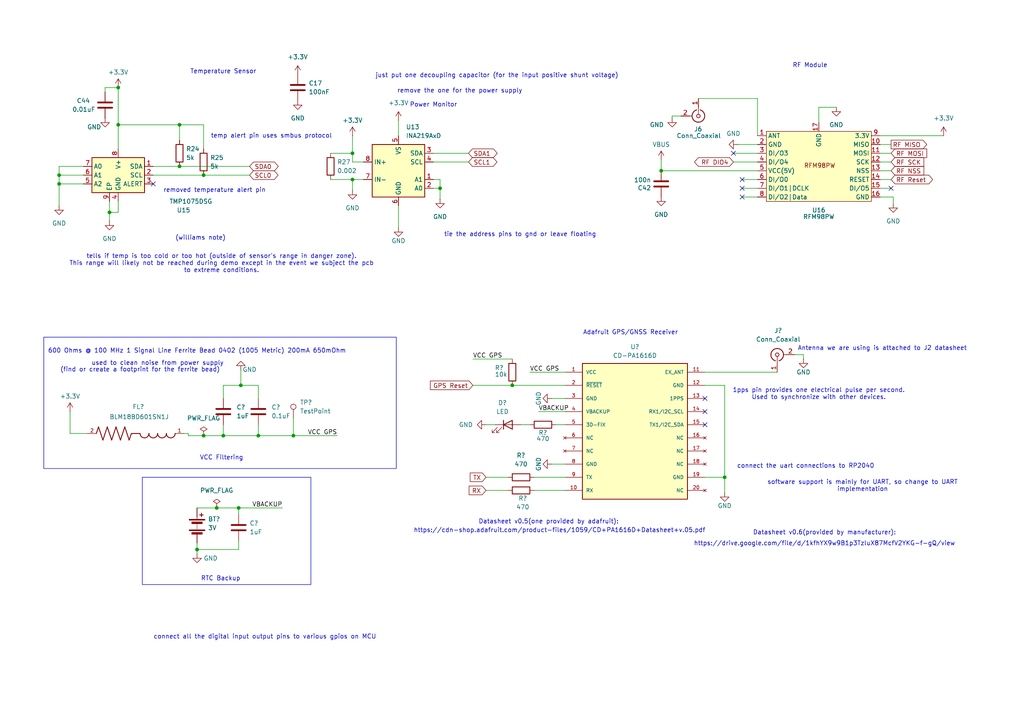
<source format=kicad_sch>
(kicad_sch
	(version 20250114)
	(generator "eeschema")
	(generator_version "9.0")
	(uuid "55772db1-6177-432d-a6fa-112232f9085a")
	(paper "A4")
	(lib_symbols
		(symbol "1my_symbol:RF_Module"
			(exclude_from_sim no)
			(in_bom yes)
			(on_board yes)
			(property "Reference" "U1"
				(at 23.876 4.318 0)
				(effects
					(font
						(size 1.27 1.27)
					)
				)
			)
			(property "Value" ""
				(at 0 0 0)
				(effects
					(font
						(size 1.27 1.27)
					)
				)
			)
			(property "Footprint" ""
				(at 0 0 0)
				(effects
					(font
						(size 1.27 1.27)
					)
					(hide yes)
				)
			)
			(property "Datasheet" ""
				(at 0 0 0)
				(effects
					(font
						(size 1.27 1.27)
					)
					(hide yes)
				)
			)
			(property "Description" ""
				(at 0 0 0)
				(effects
					(font
						(size 1.27 1.27)
					)
					(hide yes)
				)
			)
			(symbol "RF_Module_1_1"
				(rectangle
					(start -3.81 -5.08)
					(end 26.67 -25.4)
					(stroke
						(width 0)
						(type solid)
					)
					(fill
						(type background)
					)
				)
				(text "RFM98PW"
					(at 11.684 -14.986 0)
					(effects
						(font
							(size 1.27 1.27)
						)
					)
				)
				(pin bidirectional line
					(at -6.35 -6.35 0)
					(length 2.54)
					(name "ANT"
						(effects
							(font
								(size 1.27 1.27)
							)
						)
					)
					(number "1"
						(effects
							(font
								(size 1.27 1.27)
							)
						)
					)
				)
				(pin power_in line
					(at -6.35 -8.89 0)
					(length 2.54)
					(name "GND"
						(effects
							(font
								(size 1.27 1.27)
							)
						)
					)
					(number "2"
						(effects
							(font
								(size 1.27 1.27)
							)
						)
					)
				)
				(pin bidirectional line
					(at -6.35 -11.43 0)
					(length 2.54)
					(name "DI/O3"
						(effects
							(font
								(size 1.27 1.27)
							)
						)
					)
					(number "3"
						(effects
							(font
								(size 1.27 1.27)
							)
						)
					)
				)
				(pin bidirectional line
					(at -6.35 -13.97 0)
					(length 2.54)
					(name "DI/O4"
						(effects
							(font
								(size 1.27 1.27)
							)
						)
					)
					(number "4"
						(effects
							(font
								(size 1.27 1.27)
							)
						)
					)
				)
				(pin input line
					(at -6.35 -16.51 0)
					(length 2.54)
					(name "VCC(5V)"
						(effects
							(font
								(size 1.27 1.27)
							)
						)
					)
					(number "5"
						(effects
							(font
								(size 1.27 1.27)
							)
						)
					)
				)
				(pin bidirectional line
					(at -6.35 -19.05 0)
					(length 2.54)
					(name "DI/O0"
						(effects
							(font
								(size 1.27 1.27)
							)
						)
					)
					(number "6"
						(effects
							(font
								(size 1.27 1.27)
							)
						)
					)
				)
				(pin bidirectional line
					(at -6.35 -21.59 0)
					(length 2.54)
					(name "DI/O1|DCLK"
						(effects
							(font
								(size 1.27 1.27)
							)
						)
					)
					(number "7"
						(effects
							(font
								(size 1.27 1.27)
							)
						)
					)
				)
				(pin bidirectional line
					(at -6.35 -24.13 0)
					(length 2.54)
					(name "DI/O2|Data"
						(effects
							(font
								(size 1.27 1.27)
							)
						)
					)
					(number "8"
						(effects
							(font
								(size 1.27 1.27)
							)
						)
					)
				)
				(pin power_in line
					(at 11.43 -2.54 270)
					(length 2.54)
					(name "GND"
						(effects
							(font
								(size 1.27 1.27)
							)
						)
					)
					(number "17"
						(effects
							(font
								(size 1.27 1.27)
							)
						)
					)
				)
				(pin power_out line
					(at 29.21 -6.35 180)
					(length 2.54)
					(name "3.3V"
						(effects
							(font
								(size 1.27 1.27)
							)
						)
					)
					(number "9"
						(effects
							(font
								(size 1.27 1.27)
							)
						)
					)
				)
				(pin output line
					(at 29.21 -8.89 180)
					(length 2.54)
					(name "MISO"
						(effects
							(font
								(size 1.27 1.27)
							)
						)
					)
					(number "10"
						(effects
							(font
								(size 1.27 1.27)
							)
						)
					)
				)
				(pin input line
					(at 29.21 -11.43 180)
					(length 2.54)
					(name "MOSI"
						(effects
							(font
								(size 1.27 1.27)
							)
						)
					)
					(number "11"
						(effects
							(font
								(size 1.27 1.27)
							)
						)
					)
				)
				(pin input line
					(at 29.21 -13.97 180)
					(length 2.54)
					(name "SCK"
						(effects
							(font
								(size 1.27 1.27)
							)
						)
					)
					(number "12"
						(effects
							(font
								(size 1.27 1.27)
							)
						)
					)
				)
				(pin input line
					(at 29.21 -16.51 180)
					(length 2.54)
					(name "NSS"
						(effects
							(font
								(size 1.27 1.27)
							)
						)
					)
					(number "13"
						(effects
							(font
								(size 1.27 1.27)
							)
						)
					)
				)
				(pin bidirectional line
					(at 29.21 -19.05 180)
					(length 2.54)
					(name "RESET"
						(effects
							(font
								(size 1.27 1.27)
							)
						)
					)
					(number "14"
						(effects
							(font
								(size 1.27 1.27)
							)
						)
					)
				)
				(pin bidirectional line
					(at 29.21 -21.59 180)
					(length 2.54)
					(name "DI/O5"
						(effects
							(font
								(size 1.27 1.27)
							)
						)
					)
					(number "15"
						(effects
							(font
								(size 1.27 1.27)
							)
						)
					)
				)
				(pin power_in line
					(at 29.21 -24.13 180)
					(length 2.54)
					(name "GND"
						(effects
							(font
								(size 1.27 1.27)
							)
						)
					)
					(number "16"
						(effects
							(font
								(size 1.27 1.27)
							)
						)
					)
				)
			)
			(embedded_fonts no)
		)
		(symbol "BLM18BD601SN1J:BLM18BD601SN1J"
			(pin_names
				(offset 1.016)
			)
			(exclude_from_sim no)
			(in_bom yes)
			(on_board yes)
			(property "Reference" "FL"
				(at -12.7044 5.0815 0)
				(effects
					(font
						(size 1.27 1.27)
					)
					(justify left bottom)
				)
			)
			(property "Value" "BLM18BD601SN1J"
				(at -12.71 -5.0866 0)
				(effects
					(font
						(size 1.27 1.27)
					)
					(justify left bottom)
				)
			)
			(property "Footprint" "BLM18BD601SN1J:BEADC1608X95N"
				(at 0 0 0)
				(effects
					(font
						(size 1.27 1.27)
					)
					(justify bottom)
					(hide yes)
				)
			)
			(property "Datasheet" ""
				(at 0 0 0)
				(effects
					(font
						(size 1.27 1.27)
					)
					(hide yes)
				)
			)
			(property "Description" ""
				(at 0 0 0)
				(effects
					(font
						(size 1.27 1.27)
					)
					(hide yes)
				)
			)
			(property "MF" "Murata"
				(at 0 0 0)
				(effects
					(font
						(size 1.27 1.27)
					)
					(justify bottom)
					(hide yes)
				)
			)
			(property "Description_1" "Ind Chip Bead 600 Ohm 25% 100MHz Ferrite 200mA 0603 Paper T/R"
				(at 0 0 0)
				(effects
					(font
						(size 1.27 1.27)
					)
					(justify bottom)
					(hide yes)
				)
			)
			(property "Package" "1608 Murata"
				(at 0 0 0)
				(effects
					(font
						(size 1.27 1.27)
					)
					(justify bottom)
					(hide yes)
				)
			)
			(property "Price" "None"
				(at 0 0 0)
				(effects
					(font
						(size 1.27 1.27)
					)
					(justify bottom)
					(hide yes)
				)
			)
			(property "SnapEDA_Link" "https://www.snapeda.com/parts/BLM18BD601SN1J/Murata/view-part/?ref=snap"
				(at 0 0 0)
				(effects
					(font
						(size 1.27 1.27)
					)
					(justify bottom)
					(hide yes)
				)
			)
			(property "MP" "BLM18BD601SN1J"
				(at 0 0 0)
				(effects
					(font
						(size 1.27 1.27)
					)
					(justify bottom)
					(hide yes)
				)
			)
			(property "Availability" "In Stock"
				(at 0 0 0)
				(effects
					(font
						(size 1.27 1.27)
					)
					(justify bottom)
					(hide yes)
				)
			)
			(property "Check_prices" "https://www.snapeda.com/parts/BLM18BD601SN1J/Murata/view-part/?ref=eda"
				(at 0 0 0)
				(effects
					(font
						(size 1.27 1.27)
					)
					(justify bottom)
					(hide yes)
				)
			)
			(symbol "BLM18BD601SN1J_0_0"
				(arc
					(start -12.7 0)
					(mid -11.43 1.2645)
					(end -10.16 0)
					(stroke
						(width 0.254)
						(type default)
					)
					(fill
						(type none)
					)
				)
				(arc
					(start -10.16 0)
					(mid -8.89 1.2645)
					(end -7.62 0)
					(stroke
						(width 0.254)
						(type default)
					)
					(fill
						(type none)
					)
				)
				(arc
					(start -7.62 0)
					(mid -6.35 1.2645)
					(end -5.08 0)
					(stroke
						(width 0.254)
						(type default)
					)
					(fill
						(type none)
					)
				)
				(arc
					(start -5.08 0)
					(mid -3.81 1.2645)
					(end -2.54 0)
					(stroke
						(width 0.254)
						(type default)
					)
					(fill
						(type none)
					)
				)
				(polyline
					(pts
						(xy 0 0) (xy -2.54 0)
					)
					(stroke
						(width 0.254)
						(type default)
					)
					(fill
						(type none)
					)
				)
				(polyline
					(pts
						(xy 0 0) (xy 0.635 1.905)
					)
					(stroke
						(width 0.254)
						(type default)
					)
					(fill
						(type none)
					)
				)
				(polyline
					(pts
						(xy 0.635 1.905) (xy 1.905 -1.905)
					)
					(stroke
						(width 0.254)
						(type default)
					)
					(fill
						(type none)
					)
				)
				(polyline
					(pts
						(xy 1.905 -1.905) (xy 3.175 1.905)
					)
					(stroke
						(width 0.254)
						(type default)
					)
					(fill
						(type none)
					)
				)
				(polyline
					(pts
						(xy 3.175 1.905) (xy 4.445 -1.905)
					)
					(stroke
						(width 0.254)
						(type default)
					)
					(fill
						(type none)
					)
				)
				(polyline
					(pts
						(xy 4.445 -1.905) (xy 5.715 1.905)
					)
					(stroke
						(width 0.254)
						(type default)
					)
					(fill
						(type none)
					)
				)
				(polyline
					(pts
						(xy 5.715 1.905) (xy 6.985 -1.905)
					)
					(stroke
						(width 0.254)
						(type default)
					)
					(fill
						(type none)
					)
				)
				(polyline
					(pts
						(xy 6.985 -1.905) (xy 8.255 1.905)
					)
					(stroke
						(width 0.254)
						(type default)
					)
					(fill
						(type none)
					)
				)
				(polyline
					(pts
						(xy 8.255 1.905) (xy 9.525 -1.905)
					)
					(stroke
						(width 0.254)
						(type default)
					)
					(fill
						(type none)
					)
				)
				(polyline
					(pts
						(xy 9.525 -1.905) (xy 10.16 0)
					)
					(stroke
						(width 0.254)
						(type default)
					)
					(fill
						(type none)
					)
				)
				(pin passive line
					(at -15.24 0 0)
					(length 2.54)
					(name "~"
						(effects
							(font
								(size 1.016 1.016)
							)
						)
					)
					(number "1"
						(effects
							(font
								(size 1.016 1.016)
							)
						)
					)
				)
				(pin passive line
					(at 12.7 0 180)
					(length 2.54)
					(name "~"
						(effects
							(font
								(size 1.016 1.016)
							)
						)
					)
					(number "2"
						(effects
							(font
								(size 1.016 1.016)
							)
						)
					)
				)
			)
			(embedded_fonts no)
		)
		(symbol "CD-PA1616D:CD-PA1616D"
			(pin_names
				(offset 1.016)
			)
			(exclude_from_sim no)
			(in_bom yes)
			(on_board yes)
			(property "Reference" "U1"
				(at 0 27.686 0)
				(effects
					(font
						(size 1.27 1.27)
					)
				)
			)
			(property "Value" "CD-PA1616D"
				(at 0 25.146 0)
				(effects
					(font
						(size 1.27 1.27)
					)
				)
			)
			(property "Footprint" "CD-PA1616D:XCVR_CD-PA1616D"
				(at 0 0 0)
				(effects
					(font
						(size 1.27 1.27)
					)
					(justify bottom)
					(hide yes)
				)
			)
			(property "Datasheet" ""
				(at 0 0 0)
				(effects
					(font
						(size 1.27 1.27)
					)
					(hide yes)
				)
			)
			(property "Description" ""
				(at 0 0 0)
				(effects
					(font
						(size 1.27 1.27)
					)
					(hide yes)
				)
			)
			(property "MF" "CD technology"
				(at 0 0 0)
				(effects
					(font
						(size 1.27 1.27)
					)
					(justify bottom)
					(hide yes)
				)
			)
			(property "MAXIMUM_PACKAGE_HEIGHT" "6.7 mm"
				(at 0 0 0)
				(effects
					(font
						(size 1.27 1.27)
					)
					(justify bottom)
					(hide yes)
				)
			)
			(property "Package" "Package"
				(at 0 0 0)
				(effects
					(font
						(size 1.27 1.27)
					)
					(justify bottom)
					(hide yes)
				)
			)
			(property "Price" "None"
				(at 0 0 0)
				(effects
					(font
						(size 1.27 1.27)
					)
					(justify bottom)
					(hide yes)
				)
			)
			(property "Check_prices" "https://www.snapeda.com/parts/CD-PA1616D/CD+technology/view-part/?ref=eda"
				(at 0 0 0)
				(effects
					(font
						(size 1.27 1.27)
					)
					(justify bottom)
					(hide yes)
				)
			)
			(property "STANDARD" "Manufacturer Recommendations"
				(at 0 0 0)
				(effects
					(font
						(size 1.27 1.27)
					)
					(justify bottom)
					(hide yes)
				)
			)
			(property "PARTREV" "V.06"
				(at 0 0 0)
				(effects
					(font
						(size 1.27 1.27)
					)
					(justify bottom)
					(hide yes)
				)
			)
			(property "SnapEDA_Link" "https://www.snapeda.com/parts/CD-PA1616D/CD+technology/view-part/?ref=snap"
				(at 0 0 0)
				(effects
					(font
						(size 1.27 1.27)
					)
					(justify bottom)
					(hide yes)
				)
			)
			(property "MP" "CD-PA1616D"
				(at 0 0 0)
				(effects
					(font
						(size 1.27 1.27)
					)
					(justify bottom)
					(hide yes)
				)
			)
			(property "Description_1" "GNSS patch antenna module"
				(at 0 0 0)
				(effects
					(font
						(size 1.27 1.27)
					)
					(justify bottom)
					(hide yes)
				)
			)
			(property "SNAPEDA_PN" "CD-PA1616D"
				(at 0 0 0)
				(effects
					(font
						(size 1.27 1.27)
					)
					(justify bottom)
					(hide yes)
				)
			)
			(property "Availability" "Not in stock"
				(at 0 0 0)
				(effects
					(font
						(size 1.27 1.27)
					)
					(justify bottom)
					(hide yes)
				)
			)
			(property "MANUFACTURER" "CD Top"
				(at 0 0 0)
				(effects
					(font
						(size 1.27 1.27)
					)
					(justify bottom)
					(hide yes)
				)
			)
			(symbol "CD-PA1616D_0_0"
				(rectangle
					(start -15.24 22.86)
					(end 15.24 -16.51)
					(stroke
						(width 0.254)
						(type default)
					)
					(fill
						(type background)
					)
				)
				(pin power_in line
					(at -20.32 20.32 0)
					(length 5.08)
					(name "VCC"
						(effects
							(font
								(size 1.016 1.016)
							)
						)
					)
					(number "1"
						(effects
							(font
								(size 1.016 1.016)
							)
						)
					)
				)
				(pin input line
					(at -20.32 16.51 0)
					(length 5.08)
					(name "~{RESET}"
						(effects
							(font
								(size 1.016 1.016)
							)
						)
					)
					(number "2"
						(effects
							(font
								(size 1.016 1.016)
							)
						)
					)
				)
				(pin power_in line
					(at -20.32 12.7 0)
					(length 5.08)
					(name "GND"
						(effects
							(font
								(size 1.016 1.016)
							)
						)
					)
					(number "3"
						(effects
							(font
								(size 1.016 1.016)
							)
						)
					)
				)
				(pin power_in line
					(at -20.32 8.89 0)
					(length 5.08)
					(name "VBACKUP"
						(effects
							(font
								(size 1.016 1.016)
							)
						)
					)
					(number "4"
						(effects
							(font
								(size 1.016 1.016)
							)
						)
					)
				)
				(pin output line
					(at -20.32 5.08 0)
					(length 5.08)
					(name "3D-FIX"
						(effects
							(font
								(size 1.016 1.016)
							)
						)
					)
					(number "5"
						(effects
							(font
								(size 1.016 1.016)
							)
						)
					)
				)
				(pin no_connect line
					(at -20.32 1.27 0)
					(length 5.08)
					(name "NC"
						(effects
							(font
								(size 1.016 1.016)
							)
						)
					)
					(number "6"
						(effects
							(font
								(size 1.016 1.016)
							)
						)
					)
				)
				(pin no_connect line
					(at -20.32 -2.54 0)
					(length 5.08)
					(name "NC"
						(effects
							(font
								(size 1.016 1.016)
							)
						)
					)
					(number "7"
						(effects
							(font
								(size 1.016 1.016)
							)
						)
					)
				)
				(pin power_in line
					(at -20.32 -6.35 0)
					(length 5.08)
					(name "GND"
						(effects
							(font
								(size 1.016 1.016)
							)
						)
					)
					(number "8"
						(effects
							(font
								(size 1.016 1.016)
							)
						)
					)
				)
				(pin output line
					(at -20.32 -10.16 0)
					(length 5.08)
					(name "TX"
						(effects
							(font
								(size 1.016 1.016)
							)
						)
					)
					(number "9"
						(effects
							(font
								(size 1.016 1.016)
							)
						)
					)
				)
				(pin input line
					(at -20.32 -13.97 0)
					(length 5.08)
					(name "RX"
						(effects
							(font
								(size 1.016 1.016)
							)
						)
					)
					(number "10"
						(effects
							(font
								(size 1.016 1.016)
							)
						)
					)
				)
				(pin bidirectional line
					(at 20.32 20.32 180)
					(length 5.08)
					(name "EX_ANT"
						(effects
							(font
								(size 1.016 1.016)
							)
						)
					)
					(number "11"
						(effects
							(font
								(size 1.016 1.016)
							)
						)
					)
				)
				(pin power_in line
					(at 20.32 16.51 180)
					(length 5.08)
					(name "GND"
						(effects
							(font
								(size 1.016 1.016)
							)
						)
					)
					(number "12"
						(effects
							(font
								(size 1.016 1.016)
							)
						)
					)
				)
				(pin output line
					(at 20.32 12.7 180)
					(length 5.08)
					(name "1PPS"
						(effects
							(font
								(size 1.016 1.016)
							)
						)
					)
					(number "13"
						(effects
							(font
								(size 1.016 1.016)
							)
						)
					)
				)
				(pin input line
					(at 20.32 8.89 180)
					(length 5.08)
					(name "RX1/I2C_SCL"
						(effects
							(font
								(size 1.016 1.016)
							)
						)
					)
					(number "14"
						(effects
							(font
								(size 1.016 1.016)
							)
						)
					)
				)
				(pin output line
					(at 20.32 5.08 180)
					(length 5.08)
					(name "TX1/I2C_SDA"
						(effects
							(font
								(size 1.016 1.016)
							)
						)
					)
					(number "15"
						(effects
							(font
								(size 1.016 1.016)
							)
						)
					)
				)
				(pin no_connect line
					(at 20.32 1.27 180)
					(length 5.08)
					(name "NC"
						(effects
							(font
								(size 1.016 1.016)
							)
						)
					)
					(number "16"
						(effects
							(font
								(size 1.016 1.016)
							)
						)
					)
				)
				(pin no_connect line
					(at 20.32 -2.54 180)
					(length 5.08)
					(name "NC"
						(effects
							(font
								(size 1.016 1.016)
							)
						)
					)
					(number "17"
						(effects
							(font
								(size 1.016 1.016)
							)
						)
					)
				)
				(pin no_connect line
					(at 20.32 -6.35 180)
					(length 5.08)
					(name "NC"
						(effects
							(font
								(size 1.016 1.016)
							)
						)
					)
					(number "18"
						(effects
							(font
								(size 1.016 1.016)
							)
						)
					)
				)
				(pin power_in line
					(at 20.32 -10.16 180)
					(length 5.08)
					(name "GND"
						(effects
							(font
								(size 1.016 1.016)
							)
						)
					)
					(number "19"
						(effects
							(font
								(size 1.016 1.016)
							)
						)
					)
				)
				(pin no_connect line
					(at 20.32 -13.97 180)
					(length 5.08)
					(name "NC"
						(effects
							(font
								(size 1.016 1.016)
							)
						)
					)
					(number "20"
						(effects
							(font
								(size 1.016 1.016)
							)
						)
					)
				)
			)
			(embedded_fonts no)
		)
		(symbol "Connector:Conn_Coaxial"
			(pin_names
				(offset 1.016)
				(hide yes)
			)
			(exclude_from_sim no)
			(in_bom yes)
			(on_board yes)
			(property "Reference" "J"
				(at 0.254 3.048 0)
				(effects
					(font
						(size 1.27 1.27)
					)
				)
			)
			(property "Value" "Conn_Coaxial"
				(at 2.921 0 90)
				(effects
					(font
						(size 1.27 1.27)
					)
				)
			)
			(property "Footprint" ""
				(at 0 0 0)
				(effects
					(font
						(size 1.27 1.27)
					)
					(hide yes)
				)
			)
			(property "Datasheet" "~"
				(at 0 0 0)
				(effects
					(font
						(size 1.27 1.27)
					)
					(hide yes)
				)
			)
			(property "Description" "coaxial connector (BNC, SMA, SMB, SMC, Cinch/RCA, LEMO, ...)"
				(at 0 0 0)
				(effects
					(font
						(size 1.27 1.27)
					)
					(hide yes)
				)
			)
			(property "ki_keywords" "BNC SMA SMB SMC LEMO coaxial connector CINCH RCA MCX MMCX U.FL UMRF"
				(at 0 0 0)
				(effects
					(font
						(size 1.27 1.27)
					)
					(hide yes)
				)
			)
			(property "ki_fp_filters" "*BNC* *SMA* *SMB* *SMC* *Cinch* *LEMO* *UMRF* *MCX* *U.FL*"
				(at 0 0 0)
				(effects
					(font
						(size 1.27 1.27)
					)
					(hide yes)
				)
			)
			(symbol "Conn_Coaxial_0_1"
				(polyline
					(pts
						(xy -2.54 0) (xy -0.508 0)
					)
					(stroke
						(width 0)
						(type default)
					)
					(fill
						(type none)
					)
				)
				(arc
					(start 1.778 0)
					(mid 0.222 -1.8079)
					(end -1.778 -0.508)
					(stroke
						(width 0.254)
						(type default)
					)
					(fill
						(type none)
					)
				)
				(arc
					(start -1.778 0.508)
					(mid 0.2221 1.8084)
					(end 1.778 0)
					(stroke
						(width 0.254)
						(type default)
					)
					(fill
						(type none)
					)
				)
				(circle
					(center 0 0)
					(radius 0.508)
					(stroke
						(width 0.2032)
						(type default)
					)
					(fill
						(type none)
					)
				)
				(polyline
					(pts
						(xy 0 -2.54) (xy 0 -1.778)
					)
					(stroke
						(width 0)
						(type default)
					)
					(fill
						(type none)
					)
				)
			)
			(symbol "Conn_Coaxial_1_1"
				(pin passive line
					(at -5.08 0 0)
					(length 2.54)
					(name "In"
						(effects
							(font
								(size 1.27 1.27)
							)
						)
					)
					(number "1"
						(effects
							(font
								(size 1.27 1.27)
							)
						)
					)
				)
				(pin passive line
					(at 0 -5.08 90)
					(length 2.54)
					(name "Ext"
						(effects
							(font
								(size 1.27 1.27)
							)
						)
					)
					(number "2"
						(effects
							(font
								(size 1.27 1.27)
							)
						)
					)
				)
			)
			(embedded_fonts no)
		)
		(symbol "Connector:TestPoint"
			(pin_numbers
				(hide yes)
			)
			(pin_names
				(offset 0.762)
				(hide yes)
			)
			(exclude_from_sim no)
			(in_bom yes)
			(on_board yes)
			(property "Reference" "TP"
				(at 0 6.858 0)
				(effects
					(font
						(size 1.27 1.27)
					)
				)
			)
			(property "Value" "TestPoint"
				(at 0 5.08 0)
				(effects
					(font
						(size 1.27 1.27)
					)
				)
			)
			(property "Footprint" ""
				(at 5.08 0 0)
				(effects
					(font
						(size 1.27 1.27)
					)
					(hide yes)
				)
			)
			(property "Datasheet" "~"
				(at 5.08 0 0)
				(effects
					(font
						(size 1.27 1.27)
					)
					(hide yes)
				)
			)
			(property "Description" "test point"
				(at 0 0 0)
				(effects
					(font
						(size 1.27 1.27)
					)
					(hide yes)
				)
			)
			(property "ki_keywords" "test point tp"
				(at 0 0 0)
				(effects
					(font
						(size 1.27 1.27)
					)
					(hide yes)
				)
			)
			(property "ki_fp_filters" "Pin* Test*"
				(at 0 0 0)
				(effects
					(font
						(size 1.27 1.27)
					)
					(hide yes)
				)
			)
			(symbol "TestPoint_0_1"
				(circle
					(center 0 3.302)
					(radius 0.762)
					(stroke
						(width 0)
						(type default)
					)
					(fill
						(type none)
					)
				)
			)
			(symbol "TestPoint_1_1"
				(pin passive line
					(at 0 0 90)
					(length 2.54)
					(name "1"
						(effects
							(font
								(size 1.27 1.27)
							)
						)
					)
					(number "1"
						(effects
							(font
								(size 1.27 1.27)
							)
						)
					)
				)
			)
			(embedded_fonts no)
		)
		(symbol "Device:Battery"
			(pin_numbers
				(hide yes)
			)
			(pin_names
				(offset 0)
				(hide yes)
			)
			(exclude_from_sim no)
			(in_bom yes)
			(on_board yes)
			(property "Reference" "BT"
				(at 2.54 2.54 0)
				(effects
					(font
						(size 1.27 1.27)
					)
					(justify left)
				)
			)
			(property "Value" "Battery"
				(at 2.54 0 0)
				(effects
					(font
						(size 1.27 1.27)
					)
					(justify left)
				)
			)
			(property "Footprint" ""
				(at 0 1.524 90)
				(effects
					(font
						(size 1.27 1.27)
					)
					(hide yes)
				)
			)
			(property "Datasheet" "~"
				(at 0 1.524 90)
				(effects
					(font
						(size 1.27 1.27)
					)
					(hide yes)
				)
			)
			(property "Description" "Multiple-cell battery"
				(at 0 0 0)
				(effects
					(font
						(size 1.27 1.27)
					)
					(hide yes)
				)
			)
			(property "ki_keywords" "batt voltage-source cell"
				(at 0 0 0)
				(effects
					(font
						(size 1.27 1.27)
					)
					(hide yes)
				)
			)
			(symbol "Battery_0_1"
				(rectangle
					(start -2.286 1.778)
					(end 2.286 1.524)
					(stroke
						(width 0)
						(type default)
					)
					(fill
						(type outline)
					)
				)
				(rectangle
					(start -2.286 -1.27)
					(end 2.286 -1.524)
					(stroke
						(width 0)
						(type default)
					)
					(fill
						(type outline)
					)
				)
				(rectangle
					(start -1.524 1.016)
					(end 1.524 0.508)
					(stroke
						(width 0)
						(type default)
					)
					(fill
						(type outline)
					)
				)
				(rectangle
					(start -1.524 -2.032)
					(end 1.524 -2.54)
					(stroke
						(width 0)
						(type default)
					)
					(fill
						(type outline)
					)
				)
				(polyline
					(pts
						(xy 0 1.778) (xy 0 2.54)
					)
					(stroke
						(width 0)
						(type default)
					)
					(fill
						(type none)
					)
				)
				(polyline
					(pts
						(xy 0 0) (xy 0 0.254)
					)
					(stroke
						(width 0)
						(type default)
					)
					(fill
						(type none)
					)
				)
				(polyline
					(pts
						(xy 0 -0.508) (xy 0 -0.254)
					)
					(stroke
						(width 0)
						(type default)
					)
					(fill
						(type none)
					)
				)
				(polyline
					(pts
						(xy 0 -1.016) (xy 0 -0.762)
					)
					(stroke
						(width 0)
						(type default)
					)
					(fill
						(type none)
					)
				)
				(polyline
					(pts
						(xy 0.762 3.048) (xy 1.778 3.048)
					)
					(stroke
						(width 0.254)
						(type default)
					)
					(fill
						(type none)
					)
				)
				(polyline
					(pts
						(xy 1.27 3.556) (xy 1.27 2.54)
					)
					(stroke
						(width 0.254)
						(type default)
					)
					(fill
						(type none)
					)
				)
			)
			(symbol "Battery_1_1"
				(pin passive line
					(at 0 5.08 270)
					(length 2.54)
					(name "+"
						(effects
							(font
								(size 1.27 1.27)
							)
						)
					)
					(number "1"
						(effects
							(font
								(size 1.27 1.27)
							)
						)
					)
				)
				(pin passive line
					(at 0 -5.08 90)
					(length 2.54)
					(name "-"
						(effects
							(font
								(size 1.27 1.27)
							)
						)
					)
					(number "2"
						(effects
							(font
								(size 1.27 1.27)
							)
						)
					)
				)
			)
			(embedded_fonts no)
		)
		(symbol "Device:C"
			(pin_numbers
				(hide yes)
			)
			(pin_names
				(offset 0.254)
			)
			(exclude_from_sim no)
			(in_bom yes)
			(on_board yes)
			(property "Reference" "C"
				(at 0.635 2.54 0)
				(effects
					(font
						(size 1.27 1.27)
					)
					(justify left)
				)
			)
			(property "Value" "C"
				(at 0.635 -2.54 0)
				(effects
					(font
						(size 1.27 1.27)
					)
					(justify left)
				)
			)
			(property "Footprint" ""
				(at 0.9652 -3.81 0)
				(effects
					(font
						(size 1.27 1.27)
					)
					(hide yes)
				)
			)
			(property "Datasheet" "~"
				(at 0 0 0)
				(effects
					(font
						(size 1.27 1.27)
					)
					(hide yes)
				)
			)
			(property "Description" "Unpolarized capacitor"
				(at 0 0 0)
				(effects
					(font
						(size 1.27 1.27)
					)
					(hide yes)
				)
			)
			(property "ki_keywords" "cap capacitor"
				(at 0 0 0)
				(effects
					(font
						(size 1.27 1.27)
					)
					(hide yes)
				)
			)
			(property "ki_fp_filters" "C_*"
				(at 0 0 0)
				(effects
					(font
						(size 1.27 1.27)
					)
					(hide yes)
				)
			)
			(symbol "C_0_1"
				(polyline
					(pts
						(xy -2.032 0.762) (xy 2.032 0.762)
					)
					(stroke
						(width 0.508)
						(type default)
					)
					(fill
						(type none)
					)
				)
				(polyline
					(pts
						(xy -2.032 -0.762) (xy 2.032 -0.762)
					)
					(stroke
						(width 0.508)
						(type default)
					)
					(fill
						(type none)
					)
				)
			)
			(symbol "C_1_1"
				(pin passive line
					(at 0 3.81 270)
					(length 2.794)
					(name "~"
						(effects
							(font
								(size 1.27 1.27)
							)
						)
					)
					(number "1"
						(effects
							(font
								(size 1.27 1.27)
							)
						)
					)
				)
				(pin passive line
					(at 0 -3.81 90)
					(length 2.794)
					(name "~"
						(effects
							(font
								(size 1.27 1.27)
							)
						)
					)
					(number "2"
						(effects
							(font
								(size 1.27 1.27)
							)
						)
					)
				)
			)
			(embedded_fonts no)
		)
		(symbol "Device:LED"
			(pin_numbers
				(hide yes)
			)
			(pin_names
				(offset 1.016)
				(hide yes)
			)
			(exclude_from_sim no)
			(in_bom yes)
			(on_board yes)
			(property "Reference" "D"
				(at 0 2.54 0)
				(effects
					(font
						(size 1.27 1.27)
					)
				)
			)
			(property "Value" "LED"
				(at 0 -2.54 0)
				(effects
					(font
						(size 1.27 1.27)
					)
				)
			)
			(property "Footprint" ""
				(at 0 0 0)
				(effects
					(font
						(size 1.27 1.27)
					)
					(hide yes)
				)
			)
			(property "Datasheet" "~"
				(at 0 0 0)
				(effects
					(font
						(size 1.27 1.27)
					)
					(hide yes)
				)
			)
			(property "Description" "Light emitting diode"
				(at 0 0 0)
				(effects
					(font
						(size 1.27 1.27)
					)
					(hide yes)
				)
			)
			(property "Sim.Pins" "1=K 2=A"
				(at 0 0 0)
				(effects
					(font
						(size 1.27 1.27)
					)
					(hide yes)
				)
			)
			(property "ki_keywords" "LED diode"
				(at 0 0 0)
				(effects
					(font
						(size 1.27 1.27)
					)
					(hide yes)
				)
			)
			(property "ki_fp_filters" "LED* LED_SMD:* LED_THT:*"
				(at 0 0 0)
				(effects
					(font
						(size 1.27 1.27)
					)
					(hide yes)
				)
			)
			(symbol "LED_0_1"
				(polyline
					(pts
						(xy -3.048 -0.762) (xy -4.572 -2.286) (xy -3.81 -2.286) (xy -4.572 -2.286) (xy -4.572 -1.524)
					)
					(stroke
						(width 0)
						(type default)
					)
					(fill
						(type none)
					)
				)
				(polyline
					(pts
						(xy -1.778 -0.762) (xy -3.302 -2.286) (xy -2.54 -2.286) (xy -3.302 -2.286) (xy -3.302 -1.524)
					)
					(stroke
						(width 0)
						(type default)
					)
					(fill
						(type none)
					)
				)
				(polyline
					(pts
						(xy -1.27 0) (xy 1.27 0)
					)
					(stroke
						(width 0)
						(type default)
					)
					(fill
						(type none)
					)
				)
				(polyline
					(pts
						(xy -1.27 -1.27) (xy -1.27 1.27)
					)
					(stroke
						(width 0.254)
						(type default)
					)
					(fill
						(type none)
					)
				)
				(polyline
					(pts
						(xy 1.27 -1.27) (xy 1.27 1.27) (xy -1.27 0) (xy 1.27 -1.27)
					)
					(stroke
						(width 0.254)
						(type default)
					)
					(fill
						(type none)
					)
				)
			)
			(symbol "LED_1_1"
				(pin passive line
					(at -3.81 0 0)
					(length 2.54)
					(name "K"
						(effects
							(font
								(size 1.27 1.27)
							)
						)
					)
					(number "1"
						(effects
							(font
								(size 1.27 1.27)
							)
						)
					)
				)
				(pin passive line
					(at 3.81 0 180)
					(length 2.54)
					(name "A"
						(effects
							(font
								(size 1.27 1.27)
							)
						)
					)
					(number "2"
						(effects
							(font
								(size 1.27 1.27)
							)
						)
					)
				)
			)
			(embedded_fonts no)
		)
		(symbol "Device:R"
			(pin_numbers
				(hide yes)
			)
			(pin_names
				(offset 0)
			)
			(exclude_from_sim no)
			(in_bom yes)
			(on_board yes)
			(property "Reference" "R"
				(at 2.032 0 90)
				(effects
					(font
						(size 1.27 1.27)
					)
				)
			)
			(property "Value" "R"
				(at 0 0 90)
				(effects
					(font
						(size 1.27 1.27)
					)
				)
			)
			(property "Footprint" ""
				(at -1.778 0 90)
				(effects
					(font
						(size 1.27 1.27)
					)
					(hide yes)
				)
			)
			(property "Datasheet" "~"
				(at 0 0 0)
				(effects
					(font
						(size 1.27 1.27)
					)
					(hide yes)
				)
			)
			(property "Description" "Resistor"
				(at 0 0 0)
				(effects
					(font
						(size 1.27 1.27)
					)
					(hide yes)
				)
			)
			(property "ki_keywords" "R res resistor"
				(at 0 0 0)
				(effects
					(font
						(size 1.27 1.27)
					)
					(hide yes)
				)
			)
			(property "ki_fp_filters" "R_*"
				(at 0 0 0)
				(effects
					(font
						(size 1.27 1.27)
					)
					(hide yes)
				)
			)
			(symbol "R_0_1"
				(rectangle
					(start -1.016 -2.54)
					(end 1.016 2.54)
					(stroke
						(width 0.254)
						(type default)
					)
					(fill
						(type none)
					)
				)
			)
			(symbol "R_1_1"
				(pin passive line
					(at 0 3.81 270)
					(length 1.27)
					(name "~"
						(effects
							(font
								(size 1.27 1.27)
							)
						)
					)
					(number "1"
						(effects
							(font
								(size 1.27 1.27)
							)
						)
					)
				)
				(pin passive line
					(at 0 -3.81 90)
					(length 1.27)
					(name "~"
						(effects
							(font
								(size 1.27 1.27)
							)
						)
					)
					(number "2"
						(effects
							(font
								(size 1.27 1.27)
							)
						)
					)
				)
			)
			(embedded_fonts no)
		)
		(symbol "Sensor_Energy:INA219AxD"
			(exclude_from_sim no)
			(in_bom yes)
			(on_board yes)
			(property "Reference" "U"
				(at -6.35 8.89 0)
				(effects
					(font
						(size 1.27 1.27)
					)
				)
			)
			(property "Value" "INA219AxD"
				(at 5.08 8.89 0)
				(effects
					(font
						(size 1.27 1.27)
					)
				)
			)
			(property "Footprint" "Package_SO:SOIC-8_3.9x4.9mm_P1.27mm"
				(at 20.32 -8.89 0)
				(effects
					(font
						(size 1.27 1.27)
					)
					(hide yes)
				)
			)
			(property "Datasheet" "http://www.ti.com/lit/ds/symlink/ina219.pdf"
				(at 8.89 -2.54 0)
				(effects
					(font
						(size 1.27 1.27)
					)
					(hide yes)
				)
			)
			(property "Description" "Zero-Drift, Bidirectional Current/Power Monitor (0-26V) With I2C Interface, SOIC-8"
				(at 0 0 0)
				(effects
					(font
						(size 1.27 1.27)
					)
					(hide yes)
				)
			)
			(property "ki_keywords" "ADC I2C 16-Bit Oversampling Current Shunt"
				(at 0 0 0)
				(effects
					(font
						(size 1.27 1.27)
					)
					(hide yes)
				)
			)
			(property "ki_fp_filters" "SOIC*3.9x4.9mm*P1.27mm*"
				(at 0 0 0)
				(effects
					(font
						(size 1.27 1.27)
					)
					(hide yes)
				)
			)
			(symbol "INA219AxD_0_1"
				(rectangle
					(start -7.62 7.62)
					(end 7.62 -7.62)
					(stroke
						(width 0.254)
						(type default)
					)
					(fill
						(type background)
					)
				)
			)
			(symbol "INA219AxD_1_1"
				(pin input line
					(at -10.16 2.54 0)
					(length 2.54)
					(name "IN+"
						(effects
							(font
								(size 1.27 1.27)
							)
						)
					)
					(number "8"
						(effects
							(font
								(size 1.27 1.27)
							)
						)
					)
				)
				(pin input line
					(at -10.16 -2.54 0)
					(length 2.54)
					(name "IN-"
						(effects
							(font
								(size 1.27 1.27)
							)
						)
					)
					(number "7"
						(effects
							(font
								(size 1.27 1.27)
							)
						)
					)
				)
				(pin power_in line
					(at 0 10.16 270)
					(length 2.54)
					(name "VS"
						(effects
							(font
								(size 1.27 1.27)
							)
						)
					)
					(number "5"
						(effects
							(font
								(size 1.27 1.27)
							)
						)
					)
				)
				(pin power_in line
					(at 0 -10.16 90)
					(length 2.54)
					(name "GND"
						(effects
							(font
								(size 1.27 1.27)
							)
						)
					)
					(number "6"
						(effects
							(font
								(size 1.27 1.27)
							)
						)
					)
				)
				(pin bidirectional line
					(at 10.16 5.08 180)
					(length 2.54)
					(name "SDA"
						(effects
							(font
								(size 1.27 1.27)
							)
						)
					)
					(number "3"
						(effects
							(font
								(size 1.27 1.27)
							)
						)
					)
				)
				(pin input line
					(at 10.16 2.54 180)
					(length 2.54)
					(name "SCL"
						(effects
							(font
								(size 1.27 1.27)
							)
						)
					)
					(number "4"
						(effects
							(font
								(size 1.27 1.27)
							)
						)
					)
				)
				(pin input line
					(at 10.16 -2.54 180)
					(length 2.54)
					(name "A1"
						(effects
							(font
								(size 1.27 1.27)
							)
						)
					)
					(number "1"
						(effects
							(font
								(size 1.27 1.27)
							)
						)
					)
				)
				(pin input line
					(at 10.16 -5.08 180)
					(length 2.54)
					(name "A0"
						(effects
							(font
								(size 1.27 1.27)
							)
						)
					)
					(number "2"
						(effects
							(font
								(size 1.27 1.27)
							)
						)
					)
				)
			)
			(embedded_fonts no)
		)
		(symbol "Sensor_Temperature:TMP1075DSG"
			(exclude_from_sim no)
			(in_bom yes)
			(on_board yes)
			(property "Reference" "U"
				(at -6.35 6.35 0)
				(effects
					(font
						(size 1.27 1.27)
					)
				)
			)
			(property "Value" "TMP1075DSG"
				(at 6.35 6.35 0)
				(effects
					(font
						(size 1.27 1.27)
					)
				)
			)
			(property "Footprint" "Package_SON:WSON-8-1EP_2x2mm_P0.5mm_EP0.9x1.6mm_ThermalVias"
				(at 1.905 -6.35 0)
				(effects
					(font
						(size 1.27 1.27)
					)
					(hide yes)
				)
			)
			(property "Datasheet" "https://www.ti.com/lit/gpn/tmp1075"
				(at 0 0 0)
				(effects
					(font
						(size 1.27 1.27)
					)
					(hide yes)
				)
			)
			(property "Description" "I2C-bus digital temperature sensor and thermal watchdog, WSON-8"
				(at 0 0 0)
				(effects
					(font
						(size 1.27 1.27)
					)
					(hide yes)
				)
			)
			(property "ki_keywords" "temperature sensor I2C single channel"
				(at 0 0 0)
				(effects
					(font
						(size 1.27 1.27)
					)
					(hide yes)
				)
			)
			(property "ki_fp_filters" "WSON*1EP*2x2mm*P0.5mm*"
				(at 0 0 0)
				(effects
					(font
						(size 1.27 1.27)
					)
					(hide yes)
				)
			)
			(symbol "TMP1075DSG_0_1"
				(rectangle
					(start -7.62 5.08)
					(end 7.62 -5.08)
					(stroke
						(width 0.254)
						(type default)
					)
					(fill
						(type background)
					)
				)
			)
			(symbol "TMP1075DSG_1_1"
				(pin input line
					(at -10.16 2.54 0)
					(length 2.54)
					(name "A0"
						(effects
							(font
								(size 1.27 1.27)
							)
						)
					)
					(number "7"
						(effects
							(font
								(size 1.27 1.27)
							)
						)
					)
				)
				(pin input line
					(at -10.16 0 0)
					(length 2.54)
					(name "A1"
						(effects
							(font
								(size 1.27 1.27)
							)
						)
					)
					(number "6"
						(effects
							(font
								(size 1.27 1.27)
							)
						)
					)
				)
				(pin input line
					(at -10.16 -2.54 0)
					(length 2.54)
					(name "A2"
						(effects
							(font
								(size 1.27 1.27)
							)
						)
					)
					(number "5"
						(effects
							(font
								(size 1.27 1.27)
							)
						)
					)
				)
				(pin passive line
					(at -2.54 -7.62 90)
					(length 2.54)
					(name "EP"
						(effects
							(font
								(size 1.27 1.27)
							)
						)
					)
					(number "9"
						(effects
							(font
								(size 1.27 1.27)
							)
						)
					)
				)
				(pin power_in line
					(at 0 7.62 270)
					(length 2.54)
					(name "V+"
						(effects
							(font
								(size 1.27 1.27)
							)
						)
					)
					(number "8"
						(effects
							(font
								(size 1.27 1.27)
							)
						)
					)
				)
				(pin power_in line
					(at 0 -7.62 90)
					(length 2.54)
					(name "GND"
						(effects
							(font
								(size 1.27 1.27)
							)
						)
					)
					(number "4"
						(effects
							(font
								(size 1.27 1.27)
							)
						)
					)
				)
				(pin bidirectional line
					(at 10.16 2.54 180)
					(length 2.54)
					(name "SDA"
						(effects
							(font
								(size 1.27 1.27)
							)
						)
					)
					(number "1"
						(effects
							(font
								(size 1.27 1.27)
							)
						)
					)
				)
				(pin input line
					(at 10.16 0 180)
					(length 2.54)
					(name "SCL"
						(effects
							(font
								(size 1.27 1.27)
							)
						)
					)
					(number "2"
						(effects
							(font
								(size 1.27 1.27)
							)
						)
					)
				)
				(pin open_collector line
					(at 10.16 -2.54 180)
					(length 2.54)
					(name "ALERT"
						(effects
							(font
								(size 1.27 1.27)
							)
						)
					)
					(number "3"
						(effects
							(font
								(size 1.27 1.27)
							)
						)
					)
				)
			)
			(embedded_fonts no)
		)
		(symbol "power:+3.3V"
			(power)
			(pin_numbers
				(hide yes)
			)
			(pin_names
				(offset 0)
				(hide yes)
			)
			(exclude_from_sim no)
			(in_bom yes)
			(on_board yes)
			(property "Reference" "#PWR"
				(at 0 -3.81 0)
				(effects
					(font
						(size 1.27 1.27)
					)
					(hide yes)
				)
			)
			(property "Value" "+3.3V"
				(at 0 3.556 0)
				(effects
					(font
						(size 1.27 1.27)
					)
				)
			)
			(property "Footprint" ""
				(at 0 0 0)
				(effects
					(font
						(size 1.27 1.27)
					)
					(hide yes)
				)
			)
			(property "Datasheet" ""
				(at 0 0 0)
				(effects
					(font
						(size 1.27 1.27)
					)
					(hide yes)
				)
			)
			(property "Description" "Power symbol creates a global label with name \"+3.3V\""
				(at 0 0 0)
				(effects
					(font
						(size 1.27 1.27)
					)
					(hide yes)
				)
			)
			(property "ki_keywords" "global power"
				(at 0 0 0)
				(effects
					(font
						(size 1.27 1.27)
					)
					(hide yes)
				)
			)
			(symbol "+3.3V_0_1"
				(polyline
					(pts
						(xy -0.762 1.27) (xy 0 2.54)
					)
					(stroke
						(width 0)
						(type default)
					)
					(fill
						(type none)
					)
				)
				(polyline
					(pts
						(xy 0 2.54) (xy 0.762 1.27)
					)
					(stroke
						(width 0)
						(type default)
					)
					(fill
						(type none)
					)
				)
				(polyline
					(pts
						(xy 0 0) (xy 0 2.54)
					)
					(stroke
						(width 0)
						(type default)
					)
					(fill
						(type none)
					)
				)
			)
			(symbol "+3.3V_1_1"
				(pin power_in line
					(at 0 0 90)
					(length 0)
					(name "~"
						(effects
							(font
								(size 1.27 1.27)
							)
						)
					)
					(number "1"
						(effects
							(font
								(size 1.27 1.27)
							)
						)
					)
				)
			)
			(embedded_fonts no)
		)
		(symbol "power:GND"
			(power)
			(pin_numbers
				(hide yes)
			)
			(pin_names
				(offset 0)
				(hide yes)
			)
			(exclude_from_sim no)
			(in_bom yes)
			(on_board yes)
			(property "Reference" "#PWR"
				(at 0 -6.35 0)
				(effects
					(font
						(size 1.27 1.27)
					)
					(hide yes)
				)
			)
			(property "Value" "GND"
				(at 0 -3.81 0)
				(effects
					(font
						(size 1.27 1.27)
					)
				)
			)
			(property "Footprint" ""
				(at 0 0 0)
				(effects
					(font
						(size 1.27 1.27)
					)
					(hide yes)
				)
			)
			(property "Datasheet" ""
				(at 0 0 0)
				(effects
					(font
						(size 1.27 1.27)
					)
					(hide yes)
				)
			)
			(property "Description" "Power symbol creates a global label with name \"GND\" , ground"
				(at 0 0 0)
				(effects
					(font
						(size 1.27 1.27)
					)
					(hide yes)
				)
			)
			(property "ki_keywords" "global power"
				(at 0 0 0)
				(effects
					(font
						(size 1.27 1.27)
					)
					(hide yes)
				)
			)
			(symbol "GND_0_1"
				(polyline
					(pts
						(xy 0 0) (xy 0 -1.27) (xy 1.27 -1.27) (xy 0 -2.54) (xy -1.27 -1.27) (xy 0 -1.27)
					)
					(stroke
						(width 0)
						(type default)
					)
					(fill
						(type none)
					)
				)
			)
			(symbol "GND_1_1"
				(pin power_in line
					(at 0 0 270)
					(length 0)
					(name "~"
						(effects
							(font
								(size 1.27 1.27)
							)
						)
					)
					(number "1"
						(effects
							(font
								(size 1.27 1.27)
							)
						)
					)
				)
			)
			(embedded_fonts no)
		)
		(symbol "power:PWR_FLAG"
			(power)
			(pin_numbers
				(hide yes)
			)
			(pin_names
				(offset 0)
				(hide yes)
			)
			(exclude_from_sim no)
			(in_bom yes)
			(on_board yes)
			(property "Reference" "#FLG"
				(at 0 1.905 0)
				(effects
					(font
						(size 1.27 1.27)
					)
					(hide yes)
				)
			)
			(property "Value" "PWR_FLAG"
				(at 0 3.81 0)
				(effects
					(font
						(size 1.27 1.27)
					)
				)
			)
			(property "Footprint" ""
				(at 0 0 0)
				(effects
					(font
						(size 1.27 1.27)
					)
					(hide yes)
				)
			)
			(property "Datasheet" "~"
				(at 0 0 0)
				(effects
					(font
						(size 1.27 1.27)
					)
					(hide yes)
				)
			)
			(property "Description" "Special symbol for telling ERC where power comes from"
				(at 0 0 0)
				(effects
					(font
						(size 1.27 1.27)
					)
					(hide yes)
				)
			)
			(property "ki_keywords" "flag power"
				(at 0 0 0)
				(effects
					(font
						(size 1.27 1.27)
					)
					(hide yes)
				)
			)
			(symbol "PWR_FLAG_0_0"
				(pin power_out line
					(at 0 0 90)
					(length 0)
					(name "~"
						(effects
							(font
								(size 1.27 1.27)
							)
						)
					)
					(number "1"
						(effects
							(font
								(size 1.27 1.27)
							)
						)
					)
				)
			)
			(symbol "PWR_FLAG_0_1"
				(polyline
					(pts
						(xy 0 0) (xy 0 1.27) (xy -1.016 1.905) (xy 0 2.54) (xy 1.016 1.905) (xy 0 1.27)
					)
					(stroke
						(width 0)
						(type default)
					)
					(fill
						(type none)
					)
				)
			)
			(embedded_fonts no)
		)
		(symbol "power:VBUS"
			(power)
			(pin_numbers
				(hide yes)
			)
			(pin_names
				(offset 0)
				(hide yes)
			)
			(exclude_from_sim no)
			(in_bom yes)
			(on_board yes)
			(property "Reference" "#PWR"
				(at 0 -3.81 0)
				(effects
					(font
						(size 1.27 1.27)
					)
					(hide yes)
				)
			)
			(property "Value" "VBUS"
				(at 0 3.556 0)
				(effects
					(font
						(size 1.27 1.27)
					)
				)
			)
			(property "Footprint" ""
				(at 0 0 0)
				(effects
					(font
						(size 1.27 1.27)
					)
					(hide yes)
				)
			)
			(property "Datasheet" ""
				(at 0 0 0)
				(effects
					(font
						(size 1.27 1.27)
					)
					(hide yes)
				)
			)
			(property "Description" "Power symbol creates a global label with name \"VBUS\""
				(at 0 0 0)
				(effects
					(font
						(size 1.27 1.27)
					)
					(hide yes)
				)
			)
			(property "ki_keywords" "global power"
				(at 0 0 0)
				(effects
					(font
						(size 1.27 1.27)
					)
					(hide yes)
				)
			)
			(symbol "VBUS_0_1"
				(polyline
					(pts
						(xy -0.762 1.27) (xy 0 2.54)
					)
					(stroke
						(width 0)
						(type default)
					)
					(fill
						(type none)
					)
				)
				(polyline
					(pts
						(xy 0 2.54) (xy 0.762 1.27)
					)
					(stroke
						(width 0)
						(type default)
					)
					(fill
						(type none)
					)
				)
				(polyline
					(pts
						(xy 0 0) (xy 0 2.54)
					)
					(stroke
						(width 0)
						(type default)
					)
					(fill
						(type none)
					)
				)
			)
			(symbol "VBUS_1_1"
				(pin power_in line
					(at 0 0 90)
					(length 0)
					(name "~"
						(effects
							(font
								(size 1.27 1.27)
							)
						)
					)
					(number "1"
						(effects
							(font
								(size 1.27 1.27)
							)
						)
					)
				)
			)
			(embedded_fonts no)
		)
	)
	(rectangle
		(start 41.275 138.43)
		(end 90.17 169.545)
		(stroke
			(width 0)
			(type default)
		)
		(fill
			(type none)
		)
		(uuid 99a1da71-7fdf-4abf-9772-90d10ba279e6)
	)
	(rectangle
		(start 12.7 97.79)
		(end 114.935 135.89)
		(stroke
			(width 0)
			(type default)
		)
		(fill
			(type none)
		)
		(uuid d39f4b70-3bee-4610-933f-efbec33258c1)
	)
	(text "temp alert pin uses smbus protocol\n"
		(exclude_from_sim no)
		(at 78.74 39.497 0)
		(effects
			(font
				(size 1.27 1.27)
			)
		)
		(uuid "0aa1e875-b710-44ea-9c95-5ffd39f57cd7")
	)
	(text "RF Module"
		(exclude_from_sim no)
		(at 234.95 19.05 0)
		(effects
			(font
				(size 1.27 1.27)
			)
		)
		(uuid "0cf4cd1e-c875-4d8a-99bc-0e9646817c5e")
	)
	(text "tells if temp is too cold or too hot (outside of sensor's range in danger zone).\nThis range will likely not be reached during demo except in the event we subject the pcb\nto extreme conditions."
		(exclude_from_sim no)
		(at 64.262 76.454 0)
		(effects
			(font
				(size 1.27 1.27)
			)
		)
		(uuid "20a67623-bb98-4ee7-9791-0d687d553add")
	)
	(text "1pps pin provides one electrical pulse per second.\nUsed to synchronize with other devices."
		(exclude_from_sim no)
		(at 237.49 114.3 0)
		(effects
			(font
				(size 1.27 1.27)
			)
		)
		(uuid "20d32228-a506-4405-b443-457e4ee9695d")
	)
	(text "Power Monitor"
		(exclude_from_sim no)
		(at 125.73 30.48 0)
		(effects
			(font
				(size 1.27 1.27)
			)
		)
		(uuid "2a4024aa-835a-45bc-87a3-02412d46baf8")
	)
	(text "connect the uart connections to RP2040"
		(exclude_from_sim no)
		(at 233.68 135.255 0)
		(effects
			(font
				(size 1.27 1.27)
			)
		)
		(uuid "3734734b-8699-4968-b70f-c9f59aa02bec")
	)
	(text "removed temperature alert pin"
		(exclude_from_sim no)
		(at 62.23 55.245 0)
		(effects
			(font
				(size 1.27 1.27)
			)
		)
		(uuid "3bb978ef-0637-4e19-801d-e43702e6b0af")
	)
	(text "https://cdn-shop.adafruit.com/product-files/1059/CD+PA1616D+Datasheet+v.05.pdf"
		(exclude_from_sim no)
		(at 162.306 153.924 0)
		(effects
			(font
				(size 1.27 1.27)
			)
		)
		(uuid "3d61b32e-2f4b-4850-9a3a-08d7c745adb8")
	)
	(text "https://drive.google.com/file/d/1kfhYX9w9B1p3TzluX87McfV2YKG-f-gQ/view"
		(exclude_from_sim no)
		(at 239.141 157.734 0)
		(effects
			(font
				(size 1.27 1.27)
			)
		)
		(uuid "53fc7aa3-8658-412b-a05d-e70ffd4e0291")
	)
	(text "VCC Filtering"
		(exclude_from_sim no)
		(at 64.262 132.842 0)
		(effects
			(font
				(size 1.27 1.27)
			)
		)
		(uuid "56083fdf-b269-42ce-a5a5-e26830529337")
	)
	(text "Adafruit GPS/GNSS Receiver\n"
		(exclude_from_sim no)
		(at 182.88 96.52 0)
		(effects
			(font
				(size 1.27 1.27)
			)
		)
		(uuid "5f996d8b-ece8-419a-ab2a-408b8786199d")
	)
	(text "(williams note)"
		(exclude_from_sim no)
		(at 58.166 69.088 0)
		(effects
			(font
				(size 1.27 1.27)
			)
		)
		(uuid "75439f58-06f7-4c15-b671-bf6dd2330c7c")
	)
	(text "Datasheet v0.6(provided by manufacturer):"
		(exclude_from_sim no)
		(at 239.141 154.559 0)
		(effects
			(font
				(size 1.27 1.27)
			)
		)
		(uuid "76cc594d-a90b-4cd6-9c87-5fe412849cb0")
	)
	(text "Temperature Sensor"
		(exclude_from_sim no)
		(at 64.77 20.828 0)
		(effects
			(font
				(size 1.27 1.27)
			)
		)
		(uuid "802f4578-ab28-4a24-be20-7bf0a82cf390")
	)
	(text "software support is mainly for UART, so change to UART\nimplementation\n"
		(exclude_from_sim no)
		(at 250.19 140.97 0)
		(effects
			(font
				(size 1.27 1.27)
			)
		)
		(uuid "8c1122f8-c009-48ca-9415-c8118867690c")
	)
	(text "connect all the digital input output pins to various gpios on MCU\n"
		(exclude_from_sim no)
		(at 76.835 184.785 0)
		(effects
			(font
				(size 1.27 1.27)
			)
		)
		(uuid "97d3029f-2744-492a-951c-1151700df6f2")
	)
	(text "just put one decoupling capacitor (for the input positive shunt voltage)"
		(exclude_from_sim no)
		(at 144.145 21.971 0)
		(effects
			(font
				(size 1.27 1.27)
			)
		)
		(uuid "9da359af-44fd-44c2-a41f-c7d35bd77303")
	)
	(text "Datasheet v0.5(one provided by adafruit):"
		(exclude_from_sim no)
		(at 159.131 151.384 0)
		(effects
			(font
				(size 1.27 1.27)
			)
		)
		(uuid "b0f1d00e-a5a1-422d-9c45-e6bdedc7ad91")
	)
	(text "used to clean noise from power supply\n"
		(exclude_from_sim no)
		(at 45.72 105.41 0)
		(effects
			(font
				(size 1.27 1.27)
			)
		)
		(uuid "b71be1d9-5ce0-4f87-8764-ac98b921717b")
	)
	(text "remove the one for the power supply"
		(exclude_from_sim no)
		(at 133.35 26.416 0)
		(effects
			(font
				(size 1.27 1.27)
			)
		)
		(uuid "b7d6207c-4189-4551-9c94-c3cc7f7d5ccb")
	)
	(text "(find or create a footprint for the ferrite bead)"
		(exclude_from_sim no)
		(at 40.64 107.315 0)
		(effects
			(font
				(size 1.27 1.27)
			)
		)
		(uuid "be170c15-3943-491e-8d3a-bd1301bf1cbc")
	)
	(text "tie the address pins to gnd or leave floating"
		(exclude_from_sim no)
		(at 150.876 68.072 0)
		(effects
			(font
				(size 1.27 1.27)
			)
		)
		(uuid "daf0b239-423c-4204-b5df-1ed05df5bda0")
	)
	(text "Antenna we are using is attached to J2 datasheet"
		(exclude_from_sim no)
		(at 255.905 101.092 0)
		(effects
			(font
				(size 1.27 1.27)
			)
		)
		(uuid "dedcbab9-afc3-4ae7-8254-4b6d74f67696")
	)
	(text "RTC Backup"
		(exclude_from_sim no)
		(at 64.008 167.894 0)
		(effects
			(font
				(size 1.27 1.27)
			)
		)
		(uuid "f20daa32-403a-4f38-8261-11a68fe12637")
	)
	(text "600 Ohms @ 100 MHz 1 Signal Line Ferrite Bead 0402 (1005 Metric) 200mA 650mOhm"
		(exclude_from_sim no)
		(at 57.15 101.854 0)
		(effects
			(font
				(size 1.27 1.27)
			)
		)
		(uuid "fca79b8c-d92d-46ea-bf41-41640fb63fd8")
	)
	(junction
		(at 62.865 147.32)
		(diameter 0)
		(color 0 0 0 0)
		(uuid "10362451-9570-4aa4-8431-2945cda6c8ac")
	)
	(junction
		(at 34.29 36.195)
		(diameter 0)
		(color 0 0 0 0)
		(uuid "3302062a-4e7b-4660-9535-19f70889621d")
	)
	(junction
		(at 57.15 159.385)
		(diameter 0)
		(color 0 0 0 0)
		(uuid "38f8f044-3ea7-4a7e-a9bd-55ba7033a47a")
	)
	(junction
		(at 34.29 25.4)
		(diameter 0)
		(color 0 0 0 0)
		(uuid "4884fef0-4299-4163-8055-350477f3d35c")
	)
	(junction
		(at 102.235 52.07)
		(diameter 0)
		(color 0 0 0 0)
		(uuid "5b1a5879-672f-4bf4-99d7-760c2c23bc63")
	)
	(junction
		(at 52.07 36.195)
		(diameter 0)
		(color 0 0 0 0)
		(uuid "5cc75d81-61bc-43d8-94d2-b04905ba7ee5")
	)
	(junction
		(at 210.185 138.43)
		(diameter 0)
		(color 0 0 0 0)
		(uuid "634978ee-3059-4b28-915c-6a90cedc48fc")
	)
	(junction
		(at 31.75 61.595)
		(diameter 0)
		(color 0 0 0 0)
		(uuid "7f14ac1b-3f5d-4d26-96b2-c192beb12a85")
	)
	(junction
		(at 69.215 147.32)
		(diameter 0)
		(color 0 0 0 0)
		(uuid "a355f168-3d51-40b0-8a58-a97c2eba527e")
	)
	(junction
		(at 85.09 126.365)
		(diameter 0)
		(color 0 0 0 0)
		(uuid "aa4e8770-b29f-47e3-ab6a-bdca3d10a51d")
	)
	(junction
		(at 64.77 126.365)
		(diameter 0)
		(color 0 0 0 0)
		(uuid "bbac7d5d-a946-428a-920e-d3c5ac8a5b75")
	)
	(junction
		(at 59.055 126.365)
		(diameter 0)
		(color 0 0 0 0)
		(uuid "bbb69fed-e318-4cb4-b6cb-cbe68a9f7296")
	)
	(junction
		(at 52.07 48.26)
		(diameter 0)
		(color 0 0 0 0)
		(uuid "c0d7edc4-40ad-4785-aad4-1a39a09eff89")
	)
	(junction
		(at 17.145 53.34)
		(diameter 0)
		(color 0 0 0 0)
		(uuid "c4c4be9d-c9c0-48d4-b34d-b8f5d1ef872e")
	)
	(junction
		(at 17.145 50.8)
		(diameter 0)
		(color 0 0 0 0)
		(uuid "cfcceb4b-98e1-4646-9b31-81573567e092")
	)
	(junction
		(at 148.59 111.76)
		(diameter 0)
		(color 0 0 0 0)
		(uuid "d4c93272-b07f-4b24-9fbf-7e93acf8beb3")
	)
	(junction
		(at 59.055 50.8)
		(diameter 0)
		(color 0 0 0 0)
		(uuid "db255f1a-ff85-41fc-854f-9e928ae5fd9e")
	)
	(junction
		(at 69.85 111.76)
		(diameter 0)
		(color 0 0 0 0)
		(uuid "e2f995e5-182e-460f-9085-2c86d6148e3e")
	)
	(junction
		(at 74.93 126.365)
		(diameter 0)
		(color 0 0 0 0)
		(uuid "e441e300-0590-44db-897b-c150857573fe")
	)
	(junction
		(at 191.77 49.53)
		(diameter 0)
		(color 0 0 0 0)
		(uuid "e54a487a-170c-43a8-b910-afd3876c1b72")
	)
	(junction
		(at 102.235 44.45)
		(diameter 0)
		(color 0 0 0 0)
		(uuid "f0c89dda-365e-407f-ad1a-4b5f595944a5")
	)
	(junction
		(at 127.635 54.61)
		(diameter 0)
		(color 0 0 0 0)
		(uuid "f9d22aa2-8014-4caa-827e-a27e74c4bd85")
	)
	(no_connect
		(at 258.445 54.61)
		(uuid "21e752b5-3929-48bb-b824-d161f921cb30")
	)
	(no_connect
		(at 212.725 44.45)
		(uuid "2b6240e2-c7c8-466c-9439-ef43e57bd712")
	)
	(no_connect
		(at 215.265 52.07)
		(uuid "37949b18-c5c9-4d86-993d-425abccd2b90")
	)
	(no_connect
		(at 204.47 119.38)
		(uuid "6df3976f-407f-4ca5-a8d9-ddd76e7d3b36")
	)
	(no_connect
		(at 215.265 54.61)
		(uuid "747cd9b6-02e7-4655-a3b3-ffbb45e53b4f")
	)
	(no_connect
		(at 204.47 123.19)
		(uuid "89b25dd9-8d6d-4dae-9d3b-adf7706a972e")
	)
	(no_connect
		(at 215.265 57.15)
		(uuid "8a1f026b-e331-4e2d-ba61-257a7d826c06")
	)
	(no_connect
		(at 204.47 115.57)
		(uuid "90d95f69-8ab8-4960-b2e0-e26a0f84e2dc")
	)
	(no_connect
		(at 44.45 53.34)
		(uuid "d724151a-0681-4a79-a737-db9acd8e5896")
	)
	(wire
		(pts
			(xy 125.73 54.61) (xy 127.635 54.61)
		)
		(stroke
			(width 0)
			(type default)
		)
		(uuid "0096cc3a-700a-4ef7-a905-1002d87b598b")
	)
	(wire
		(pts
			(xy 204.47 138.43) (xy 210.185 138.43)
		)
		(stroke
			(width 0)
			(type default)
		)
		(uuid "02398a28-466e-4558-8225-4897a8a9b2ec")
	)
	(wire
		(pts
			(xy 34.29 36.195) (xy 34.29 43.18)
		)
		(stroke
			(width 0)
			(type default)
		)
		(uuid "056975e7-dc0b-4b8e-bdc0-7537e9aff871")
	)
	(wire
		(pts
			(xy 52.07 36.195) (xy 52.07 40.64)
		)
		(stroke
			(width 0)
			(type default)
		)
		(uuid "077a6a68-2fc7-46d0-89eb-b4afb876293c")
	)
	(wire
		(pts
			(xy 54.61 125.73) (xy 54.61 126.365)
		)
		(stroke
			(width 0)
			(type default)
		)
		(uuid "088b3b62-8021-45e5-a3e1-f3da46b40c47")
	)
	(wire
		(pts
			(xy 115.57 66.04) (xy 115.57 59.69)
		)
		(stroke
			(width 0)
			(type default)
		)
		(uuid "0b865487-e529-4d0b-8bf0-1fd4e1f6e63a")
	)
	(wire
		(pts
			(xy 154.94 142.24) (xy 163.83 142.24)
		)
		(stroke
			(width 0)
			(type default)
		)
		(uuid "106bd6cf-8d83-4e64-a826-20b5e7683038")
	)
	(wire
		(pts
			(xy 153.67 107.95) (xy 163.83 107.95)
		)
		(stroke
			(width 0)
			(type default)
		)
		(uuid "132a22c8-5724-4d87-aa5d-8e0ca57887ee")
	)
	(wire
		(pts
			(xy 102.235 52.07) (xy 105.41 52.07)
		)
		(stroke
			(width 0)
			(type default)
		)
		(uuid "143372df-c74c-463d-b507-66f9ae6cf2f8")
	)
	(wire
		(pts
			(xy 237.49 31.115) (xy 242.57 31.115)
		)
		(stroke
			(width 0)
			(type default)
		)
		(uuid "14fa0e82-2aec-43b9-b0a3-5fb0ab08a5c6")
	)
	(wire
		(pts
			(xy 204.47 107.95) (xy 225.425 107.95)
		)
		(stroke
			(width 0)
			(type default)
		)
		(uuid "16cf689d-b895-4456-82ac-9480edac2ad7")
	)
	(wire
		(pts
			(xy 64.77 126.365) (xy 74.93 126.365)
		)
		(stroke
			(width 0)
			(type default)
		)
		(uuid "19b3bc0f-700b-478d-8ac1-80b5d1e6b77d")
	)
	(wire
		(pts
			(xy 161.29 123.19) (xy 163.83 123.19)
		)
		(stroke
			(width 0)
			(type default)
		)
		(uuid "1bb287ed-0aed-4bed-af33-888edf1893fd")
	)
	(wire
		(pts
			(xy 52.07 36.195) (xy 59.055 36.195)
		)
		(stroke
			(width 0)
			(type default)
		)
		(uuid "1eb879db-d8aa-4c4e-91f6-f87aa193fc9a")
	)
	(wire
		(pts
			(xy 24.13 48.26) (xy 17.145 48.26)
		)
		(stroke
			(width 0)
			(type default)
		)
		(uuid "1f34f333-6952-4ab7-b7c6-a1ec70bf8363")
	)
	(wire
		(pts
			(xy 140.97 138.43) (xy 147.32 138.43)
		)
		(stroke
			(width 0)
			(type default)
		)
		(uuid "200657f0-d57f-4977-a3f7-f4f5bea25d07")
	)
	(wire
		(pts
			(xy 31.75 58.42) (xy 31.75 61.595)
		)
		(stroke
			(width 0)
			(type default)
		)
		(uuid "21ae5d0e-ca9a-4ebc-9905-c704d67545ef")
	)
	(wire
		(pts
			(xy 17.145 53.34) (xy 17.145 59.69)
		)
		(stroke
			(width 0)
			(type default)
		)
		(uuid "22af9e9e-ddc0-492b-b185-69b738168a3c")
	)
	(wire
		(pts
			(xy 125.73 46.99) (xy 135.89 46.99)
		)
		(stroke
			(width 0)
			(type default)
		)
		(uuid "239b04da-fc3c-48ef-bae4-620fbd31d830")
	)
	(wire
		(pts
			(xy 69.215 147.32) (xy 81.915 147.32)
		)
		(stroke
			(width 0)
			(type default)
		)
		(uuid "2ecc0059-65d7-429c-bcb8-87a01184a9e1")
	)
	(wire
		(pts
			(xy 57.15 147.32) (xy 62.865 147.32)
		)
		(stroke
			(width 0)
			(type default)
		)
		(uuid "352e0330-b378-4fd1-9df1-fbed906d3c1b")
	)
	(wire
		(pts
			(xy 74.93 111.76) (xy 74.93 115.57)
		)
		(stroke
			(width 0)
			(type default)
		)
		(uuid "364eaee2-be03-4164-82f0-411ba418d165")
	)
	(wire
		(pts
			(xy 69.85 107.315) (xy 69.85 111.76)
		)
		(stroke
			(width 0)
			(type default)
		)
		(uuid "392c39e8-18e0-4fb9-b3be-13ef5a185d7a")
	)
	(wire
		(pts
			(xy 127.635 52.07) (xy 127.635 54.61)
		)
		(stroke
			(width 0)
			(type default)
		)
		(uuid "3b4b8300-8c86-4223-8886-72d3bd875837")
	)
	(wire
		(pts
			(xy 210.185 138.43) (xy 210.185 142.875)
		)
		(stroke
			(width 0)
			(type default)
		)
		(uuid "41dbb42d-53ef-4e73-97df-bf903f7a5d0f")
	)
	(wire
		(pts
			(xy 85.09 126.365) (xy 97.79 126.365)
		)
		(stroke
			(width 0)
			(type default)
		)
		(uuid "43b16789-60a7-44fa-9fb7-4bb2e8402e4e")
	)
	(wire
		(pts
			(xy 74.93 126.365) (xy 85.09 126.365)
		)
		(stroke
			(width 0)
			(type default)
		)
		(uuid "44b2c7db-5999-4757-be00-91affa3b6424")
	)
	(wire
		(pts
			(xy 255.27 39.37) (xy 273.685 39.37)
		)
		(stroke
			(width 0)
			(type default)
		)
		(uuid "45ab948f-e4f7-4c0d-a815-7bcafc6c6eb4")
	)
	(wire
		(pts
			(xy 148.59 111.76) (xy 163.83 111.76)
		)
		(stroke
			(width 0)
			(type default)
		)
		(uuid "4903a49d-c19d-429e-9779-76eb0b637401")
	)
	(wire
		(pts
			(xy 64.77 123.19) (xy 64.77 126.365)
		)
		(stroke
			(width 0)
			(type default)
		)
		(uuid "49a43957-f72e-45d6-8500-a513fd5ef433")
	)
	(wire
		(pts
			(xy 215.265 52.07) (xy 219.71 52.07)
		)
		(stroke
			(width 0)
			(type default)
		)
		(uuid "4ad2f483-7ca5-4e9b-aad4-7776fd675946")
	)
	(wire
		(pts
			(xy 255.27 46.99) (xy 258.445 46.99)
		)
		(stroke
			(width 0)
			(type default)
		)
		(uuid "4af12385-60ba-4cc1-a390-225aa247dbba")
	)
	(wire
		(pts
			(xy 57.15 159.385) (xy 69.215 159.385)
		)
		(stroke
			(width 0)
			(type default)
		)
		(uuid "51bd6d39-4b75-4e14-9f59-720770fb13a5")
	)
	(wire
		(pts
			(xy 154.94 138.43) (xy 163.83 138.43)
		)
		(stroke
			(width 0)
			(type default)
		)
		(uuid "55980455-e672-416d-b484-1c1477427405")
	)
	(wire
		(pts
			(xy 156.21 119.38) (xy 163.83 119.38)
		)
		(stroke
			(width 0)
			(type default)
		)
		(uuid "5928c008-be49-4b36-9ada-e150379179a5")
	)
	(wire
		(pts
			(xy 64.77 115.57) (xy 64.77 111.76)
		)
		(stroke
			(width 0)
			(type default)
		)
		(uuid "5b0e9f5f-100b-4de4-b76b-3b49810a3ef2")
	)
	(wire
		(pts
			(xy 85.09 121.285) (xy 85.09 126.365)
		)
		(stroke
			(width 0)
			(type default)
		)
		(uuid "5f61f01e-b228-4153-872e-a44dbe8ccddb")
	)
	(wire
		(pts
			(xy 255.27 57.15) (xy 259.08 57.15)
		)
		(stroke
			(width 0)
			(type default)
		)
		(uuid "6129db54-8996-4369-959d-4fd5e6a43597")
	)
	(wire
		(pts
			(xy 17.145 50.8) (xy 24.13 50.8)
		)
		(stroke
			(width 0)
			(type default)
		)
		(uuid "64dad279-76a2-4a81-9042-ce50b39c174a")
	)
	(wire
		(pts
			(xy 34.29 25.4) (xy 34.29 36.195)
		)
		(stroke
			(width 0)
			(type default)
		)
		(uuid "64dbe284-a89f-4161-b42a-d6e0cd9d7f93")
	)
	(wire
		(pts
			(xy 30.48 26.67) (xy 30.48 25.4)
		)
		(stroke
			(width 0)
			(type default)
		)
		(uuid "67486d13-d82f-4d2e-8f1e-a4be8e905e11")
	)
	(wire
		(pts
			(xy 212.725 46.99) (xy 219.71 46.99)
		)
		(stroke
			(width 0)
			(type default)
		)
		(uuid "6b700546-1767-40cf-bfde-933dd7a09276")
	)
	(wire
		(pts
			(xy 102.235 55.245) (xy 102.235 52.07)
		)
		(stroke
			(width 0)
			(type default)
		)
		(uuid "6e948ce0-9a4b-41a1-9da3-2d7e926788fb")
	)
	(wire
		(pts
			(xy 52.07 48.26) (xy 72.39 48.26)
		)
		(stroke
			(width 0)
			(type default)
		)
		(uuid "704bbd9d-b15f-417c-aef7-c39659a0fd06")
	)
	(wire
		(pts
			(xy 140.97 123.19) (xy 143.51 123.19)
		)
		(stroke
			(width 0)
			(type default)
		)
		(uuid "71121a91-c6b0-4676-a183-705d5f8c35b2")
	)
	(wire
		(pts
			(xy 194.945 33.655) (xy 194.945 34.29)
		)
		(stroke
			(width 0)
			(type default)
		)
		(uuid "712d4c5e-7528-4230-a047-adc75ae41a11")
	)
	(wire
		(pts
			(xy 30.48 25.4) (xy 34.29 25.4)
		)
		(stroke
			(width 0)
			(type default)
		)
		(uuid "7330490f-c004-43b8-b48c-1af2aeffe529")
	)
	(wire
		(pts
			(xy 160.02 134.62) (xy 163.83 134.62)
		)
		(stroke
			(width 0)
			(type default)
		)
		(uuid "75729422-c6e8-4d95-a865-7a9b774a96c8")
	)
	(wire
		(pts
			(xy 230.505 102.87) (xy 233.045 102.87)
		)
		(stroke
			(width 0)
			(type default)
		)
		(uuid "7700b1af-7252-44c8-bf07-2912a95675f0")
	)
	(wire
		(pts
			(xy 44.45 48.26) (xy 52.07 48.26)
		)
		(stroke
			(width 0)
			(type default)
		)
		(uuid "78109ee2-130f-47fd-afa4-e95f640fbb35")
	)
	(wire
		(pts
			(xy 59.055 126.365) (xy 64.77 126.365)
		)
		(stroke
			(width 0)
			(type default)
		)
		(uuid "79444c71-c8d5-4645-9fc8-817e691625c6")
	)
	(wire
		(pts
			(xy 151.13 123.19) (xy 153.67 123.19)
		)
		(stroke
			(width 0)
			(type default)
		)
		(uuid "7aa73ebb-29a7-4e2d-a9f9-217ddaebdc8e")
	)
	(wire
		(pts
			(xy 137.16 104.14) (xy 148.59 104.14)
		)
		(stroke
			(width 0)
			(type default)
		)
		(uuid "7c19ecf6-4e19-424d-a63f-0d2c55caca2f")
	)
	(wire
		(pts
			(xy 233.045 102.87) (xy 233.045 104.14)
		)
		(stroke
			(width 0)
			(type default)
		)
		(uuid "7c2c8074-5d87-4656-9e62-2404f9a5a9fd")
	)
	(wire
		(pts
			(xy 255.27 44.45) (xy 258.445 44.45)
		)
		(stroke
			(width 0)
			(type default)
		)
		(uuid "7e17887b-1e5e-4f95-83ac-af55f8b78844")
	)
	(wire
		(pts
			(xy 125.73 44.45) (xy 135.89 44.45)
		)
		(stroke
			(width 0)
			(type default)
		)
		(uuid "7f0d4b24-1398-4bd5-80f0-4086a596218f")
	)
	(wire
		(pts
			(xy 62.865 147.32) (xy 69.215 147.32)
		)
		(stroke
			(width 0)
			(type default)
		)
		(uuid "801f01b9-fc6c-49d5-afe3-26523ddb44ca")
	)
	(wire
		(pts
			(xy 59.055 50.8) (xy 72.39 50.8)
		)
		(stroke
			(width 0)
			(type default)
		)
		(uuid "81204c47-adcc-4ac1-9f9d-9bed550966be")
	)
	(wire
		(pts
			(xy 53.34 125.73) (xy 54.61 125.73)
		)
		(stroke
			(width 0)
			(type default)
		)
		(uuid "823edc82-aebd-4102-a1c9-4a7d02ac943d")
	)
	(wire
		(pts
			(xy 20.32 119.38) (xy 20.32 125.73)
		)
		(stroke
			(width 0)
			(type default)
		)
		(uuid "84bb2d85-cdf1-40b7-aa3d-af22e6ff3e5c")
	)
	(wire
		(pts
			(xy 74.93 123.19) (xy 74.93 126.365)
		)
		(stroke
			(width 0)
			(type default)
		)
		(uuid "8e368bbd-40da-4d2d-a46f-28134170cb55")
	)
	(wire
		(pts
			(xy 255.27 54.61) (xy 258.445 54.61)
		)
		(stroke
			(width 0)
			(type default)
		)
		(uuid "91995b33-71ba-4138-8e56-c604dc2d4781")
	)
	(wire
		(pts
			(xy 163.83 115.57) (xy 160.02 115.57)
		)
		(stroke
			(width 0)
			(type default)
		)
		(uuid "9215e2d5-b9cd-4826-b957-b1116a786a14")
	)
	(wire
		(pts
			(xy 17.145 53.34) (xy 24.13 53.34)
		)
		(stroke
			(width 0)
			(type default)
		)
		(uuid "9dd9d28a-5370-4661-98c0-790a295035b9")
	)
	(wire
		(pts
			(xy 59.055 36.195) (xy 59.055 43.18)
		)
		(stroke
			(width 0)
			(type default)
		)
		(uuid "9f73e6b0-0efd-4313-b112-9ebe4b38b28c")
	)
	(wire
		(pts
			(xy 213.995 41.91) (xy 219.71 41.91)
		)
		(stroke
			(width 0)
			(type default)
		)
		(uuid "a26ab279-f09a-4618-9a4b-655b9af562df")
	)
	(wire
		(pts
			(xy 102.235 39.37) (xy 102.235 44.45)
		)
		(stroke
			(width 0)
			(type default)
		)
		(uuid "a7559dfd-b3ee-4fe2-8833-294d0a7b4111")
	)
	(wire
		(pts
			(xy 57.15 160.655) (xy 57.15 159.385)
		)
		(stroke
			(width 0)
			(type default)
		)
		(uuid "abc3730e-b72c-4de9-ba21-febe6e173148")
	)
	(wire
		(pts
			(xy 57.15 159.385) (xy 57.15 157.48)
		)
		(stroke
			(width 0)
			(type default)
		)
		(uuid "aebf8ea4-2f8d-485e-912a-3be8b6f7670a")
	)
	(wire
		(pts
			(xy 137.16 111.76) (xy 148.59 111.76)
		)
		(stroke
			(width 0)
			(type default)
		)
		(uuid "b0bfcd96-6146-4a8c-a714-08857868a861")
	)
	(wire
		(pts
			(xy 191.77 46.355) (xy 191.77 49.53)
		)
		(stroke
			(width 0)
			(type default)
		)
		(uuid "b578b1a4-d512-4d29-b1d2-2e5d16c26cbd")
	)
	(wire
		(pts
			(xy 54.61 126.365) (xy 59.055 126.365)
		)
		(stroke
			(width 0)
			(type default)
		)
		(uuid "b78b64b3-c4c3-429a-b6a8-68608a88cbb9")
	)
	(wire
		(pts
			(xy 95.885 52.07) (xy 102.235 52.07)
		)
		(stroke
			(width 0)
			(type default)
		)
		(uuid "b7a72c54-f38d-41ba-a142-53946415dae6")
	)
	(wire
		(pts
			(xy 44.45 50.8) (xy 59.055 50.8)
		)
		(stroke
			(width 0)
			(type default)
		)
		(uuid "b9107ee0-f23d-4846-ac2a-2b61290272ee")
	)
	(wire
		(pts
			(xy 191.77 49.53) (xy 219.71 49.53)
		)
		(stroke
			(width 0)
			(type default)
		)
		(uuid "be6ffc06-7e77-4831-9b21-7ca5fcd5acf3")
	)
	(wire
		(pts
			(xy 20.32 125.73) (xy 25.4 125.73)
		)
		(stroke
			(width 0)
			(type default)
		)
		(uuid "bea6a04e-adc2-41a5-9347-95b8477f8562")
	)
	(wire
		(pts
			(xy 127.635 54.61) (xy 127.635 57.785)
		)
		(stroke
			(width 0)
			(type default)
		)
		(uuid "bf5277d2-0707-4316-98f9-ef862d98ff1e")
	)
	(wire
		(pts
			(xy 259.08 57.15) (xy 259.08 59.055)
		)
		(stroke
			(width 0)
			(type default)
		)
		(uuid "c07ae64b-9e01-4d00-bb56-801dfa19d14e")
	)
	(wire
		(pts
			(xy 125.73 52.07) (xy 127.635 52.07)
		)
		(stroke
			(width 0)
			(type default)
		)
		(uuid "c51d7009-1e7c-430e-9c29-dd4045f7729f")
	)
	(wire
		(pts
			(xy 255.27 52.07) (xy 258.445 52.07)
		)
		(stroke
			(width 0)
			(type default)
		)
		(uuid "c63455b8-d96c-476a-b995-9ae45a2b3a3f")
	)
	(wire
		(pts
			(xy 115.57 34.925) (xy 115.57 39.37)
		)
		(stroke
			(width 0)
			(type default)
		)
		(uuid "c7ddbd48-70d6-422a-b5dd-525e68ef1cfe")
	)
	(wire
		(pts
			(xy 64.77 111.76) (xy 69.85 111.76)
		)
		(stroke
			(width 0)
			(type default)
		)
		(uuid "c82aec0f-5337-434e-b54a-bb3059a2978b")
	)
	(wire
		(pts
			(xy 34.29 58.42) (xy 34.29 61.595)
		)
		(stroke
			(width 0)
			(type default)
		)
		(uuid "c85680fd-424f-4643-bf3e-5b10fcdb3944")
	)
	(wire
		(pts
			(xy 210.185 111.76) (xy 210.185 138.43)
		)
		(stroke
			(width 0)
			(type default)
		)
		(uuid "c8c9f427-f97a-4ec8-945b-2d6898e05bf4")
	)
	(wire
		(pts
			(xy 102.235 44.45) (xy 102.235 46.99)
		)
		(stroke
			(width 0)
			(type default)
		)
		(uuid "c8f48bfe-fcaa-41f9-a3c8-3f66be97ef9b")
	)
	(wire
		(pts
			(xy 202.565 28.575) (xy 219.71 28.575)
		)
		(stroke
			(width 0)
			(type default)
		)
		(uuid "c9096074-e10e-4b44-8ccc-73b9caf98641")
	)
	(wire
		(pts
			(xy 69.85 111.76) (xy 74.93 111.76)
		)
		(stroke
			(width 0)
			(type default)
		)
		(uuid "cb294d6b-9ad2-41fd-9444-81206d542a02")
	)
	(wire
		(pts
			(xy 17.145 50.8) (xy 17.145 53.34)
		)
		(stroke
			(width 0)
			(type default)
		)
		(uuid "d50c0ca4-5256-480c-bbcd-1a554bc2b6cb")
	)
	(wire
		(pts
			(xy 194.945 33.655) (xy 197.485 33.655)
		)
		(stroke
			(width 0)
			(type default)
		)
		(uuid "d725b808-078f-499f-b41f-5e8299fc7deb")
	)
	(wire
		(pts
			(xy 255.27 49.53) (xy 258.445 49.53)
		)
		(stroke
			(width 0)
			(type default)
		)
		(uuid "d87eda6e-2077-4372-8909-1407f759a0b8")
	)
	(wire
		(pts
			(xy 219.71 28.575) (xy 219.71 39.37)
		)
		(stroke
			(width 0)
			(type default)
		)
		(uuid "dda83044-117e-4cbe-90bb-5b182305e62c")
	)
	(wire
		(pts
			(xy 102.235 46.99) (xy 105.41 46.99)
		)
		(stroke
			(width 0)
			(type default)
		)
		(uuid "dffe926f-11ad-4374-946f-7818d67d7515")
	)
	(wire
		(pts
			(xy 255.27 41.91) (xy 258.445 41.91)
		)
		(stroke
			(width 0)
			(type default)
		)
		(uuid "e3c9fd4e-7cb4-4b9f-8fed-6450befe27c9")
	)
	(wire
		(pts
			(xy 69.215 156.845) (xy 69.215 159.385)
		)
		(stroke
			(width 0)
			(type default)
		)
		(uuid "e8f040f1-d85d-4510-8e97-ef54b0234ea5")
	)
	(wire
		(pts
			(xy 95.885 44.45) (xy 102.235 44.45)
		)
		(stroke
			(width 0)
			(type default)
		)
		(uuid "ea59b2a0-7191-4ec0-87a8-0f4b5b14b04d")
	)
	(wire
		(pts
			(xy 215.265 57.15) (xy 219.71 57.15)
		)
		(stroke
			(width 0)
			(type default)
		)
		(uuid "eafd59a6-80eb-45d9-8ba4-82761c28f4bd")
	)
	(wire
		(pts
			(xy 34.29 36.195) (xy 52.07 36.195)
		)
		(stroke
			(width 0)
			(type default)
		)
		(uuid "ecff7699-c16c-45b2-ba49-16c601b2929d")
	)
	(wire
		(pts
			(xy 31.75 61.595) (xy 31.75 64.135)
		)
		(stroke
			(width 0)
			(type default)
		)
		(uuid "ee955d43-c5de-4f52-85eb-594f4d9b0bf9")
	)
	(wire
		(pts
			(xy 34.29 61.595) (xy 31.75 61.595)
		)
		(stroke
			(width 0)
			(type default)
		)
		(uuid "eec010f6-b704-4962-ad3d-c5f1496c73d3")
	)
	(wire
		(pts
			(xy 212.725 44.45) (xy 219.71 44.45)
		)
		(stroke
			(width 0)
			(type default)
		)
		(uuid "f16b7397-23bf-44d5-9268-b55ece0b215c")
	)
	(wire
		(pts
			(xy 140.97 142.24) (xy 147.32 142.24)
		)
		(stroke
			(width 0)
			(type default)
		)
		(uuid "f3b9477c-bb6c-4d81-8b51-7714c6108183")
	)
	(wire
		(pts
			(xy 237.49 35.56) (xy 237.49 31.115)
		)
		(stroke
			(width 0)
			(type default)
		)
		(uuid "f4fcd88b-dfec-457a-81ae-cb974c696231")
	)
	(wire
		(pts
			(xy 69.215 147.32) (xy 69.215 149.225)
		)
		(stroke
			(width 0)
			(type default)
		)
		(uuid "f699a583-cd6f-494a-824b-823bea27ad15")
	)
	(wire
		(pts
			(xy 215.265 54.61) (xy 219.71 54.61)
		)
		(stroke
			(width 0)
			(type default)
		)
		(uuid "f884d713-c0d8-4d5f-89e8-d859f2b67589")
	)
	(wire
		(pts
			(xy 204.47 111.76) (xy 210.185 111.76)
		)
		(stroke
			(width 0)
			(type default)
		)
		(uuid "fc4dfc10-17af-4e47-a05b-d2ec4111bbf5")
	)
	(wire
		(pts
			(xy 17.145 48.26) (xy 17.145 50.8)
		)
		(stroke
			(width 0)
			(type default)
		)
		(uuid "ffc79b52-c58d-4c66-9e1d-f16f5b1e634b")
	)
	(label "VCC GPS"
		(at 97.79 126.365 180)
		(effects
			(font
				(size 1.27 1.27)
			)
			(justify right bottom)
		)
		(uuid "814990bc-6fc3-4927-a2dc-4b8f47c4e5b7")
	)
	(label "VBACKUP"
		(at 81.915 147.32 180)
		(effects
			(font
				(size 1.27 1.27)
			)
			(justify right bottom)
		)
		(uuid "b6c1980c-4ed2-4010-8eda-ca37c4b01f95")
	)
	(label "VCC GPS"
		(at 153.67 107.95 0)
		(effects
			(font
				(size 1.27 1.27)
			)
			(justify left bottom)
		)
		(uuid "c16d4f4d-ec93-4681-a740-4d5607a879ce")
	)
	(label "VBACKUP"
		(at 156.21 119.38 0)
		(effects
			(font
				(size 1.27 1.27)
			)
			(justify left bottom)
		)
		(uuid "c2f11972-dde2-4e77-a4e3-de920e809aeb")
	)
	(label "VCC GPS"
		(at 137.16 104.14 0)
		(effects
			(font
				(size 1.27 1.27)
			)
			(justify left bottom)
		)
		(uuid "e96d0e9f-44e9-4cb9-ad78-3c61fbf4ad6e")
	)
	(global_label "RF MISO"
		(shape output)
		(at 258.445 41.91 0)
		(fields_autoplaced yes)
		(effects
			(font
				(size 1.27 1.27)
			)
			(justify left)
		)
		(uuid "037fefab-b260-4afe-9ddf-250985be9ba5")
		(property "Intersheetrefs" "${INTERSHEET_REFS}"
			(at 269.3526 41.91 0)
			(effects
				(font
					(size 1.27 1.27)
				)
				(justify left)
				(hide yes)
			)
		)
	)
	(global_label "SCL0"
		(shape bidirectional)
		(at 72.39 50.8 0)
		(fields_autoplaced yes)
		(effects
			(font
				(size 1.27 1.27)
			)
			(justify left)
		)
		(uuid "0c0fd658-57d9-4f03-ab39-2a92b559ba42")
		(property "Intersheetrefs" "${INTERSHEET_REFS}"
			(at 81.2036 50.8 0)
			(effects
				(font
					(size 1.27 1.27)
				)
				(justify left)
				(hide yes)
			)
		)
	)
	(global_label "TX"
		(shape input)
		(at 140.97 138.43 180)
		(fields_autoplaced yes)
		(effects
			(font
				(size 1.27 1.27)
			)
			(justify right)
		)
		(uuid "34453357-cc92-43dd-9a3b-2912828c4279")
		(property "Intersheetrefs" "${INTERSHEET_REFS}"
			(at 135.8077 138.43 0)
			(effects
				(font
					(size 1.27 1.27)
				)
				(justify right)
				(hide yes)
			)
		)
	)
	(global_label "RX"
		(shape input)
		(at 140.97 142.24 180)
		(fields_autoplaced yes)
		(effects
			(font
				(size 1.27 1.27)
			)
			(justify right)
		)
		(uuid "34b1bda3-cb96-4e5c-8b41-af141c608425")
		(property "Intersheetrefs" "${INTERSHEET_REFS}"
			(at 135.5053 142.24 0)
			(effects
				(font
					(size 1.27 1.27)
				)
				(justify right)
				(hide yes)
			)
		)
	)
	(global_label "GPS Reset"
		(shape input)
		(at 137.16 111.76 180)
		(fields_autoplaced yes)
		(effects
			(font
				(size 1.27 1.27)
			)
			(justify right)
		)
		(uuid "5b6cc78d-e378-4a55-8be5-bca7afa2d729")
		(property "Intersheetrefs" "${INTERSHEET_REFS}"
			(at 124.2567 111.76 0)
			(effects
				(font
					(size 1.27 1.27)
				)
				(justify right)
				(hide yes)
			)
		)
	)
	(global_label "SDA0"
		(shape bidirectional)
		(at 72.39 48.26 0)
		(fields_autoplaced yes)
		(effects
			(font
				(size 1.27 1.27)
			)
			(justify left)
		)
		(uuid "68b54f21-3f72-4a06-b7cd-b11de660def6")
		(property "Intersheetrefs" "${INTERSHEET_REFS}"
			(at 81.2641 48.26 0)
			(effects
				(font
					(size 1.27 1.27)
				)
				(justify left)
				(hide yes)
			)
		)
	)
	(global_label "RF NSS"
		(shape input)
		(at 258.445 49.53 0)
		(fields_autoplaced yes)
		(effects
			(font
				(size 1.27 1.27)
			)
			(justify left)
		)
		(uuid "7b96d730-e9c0-4361-8698-ec36b9b50214")
		(property "Intersheetrefs" "${INTERSHEET_REFS}"
			(at 268.5059 49.53 0)
			(effects
				(font
					(size 1.27 1.27)
				)
				(justify left)
				(hide yes)
			)
		)
	)
	(global_label "RF DIO4"
		(shape bidirectional)
		(at 212.725 46.99 180)
		(fields_autoplaced yes)
		(effects
			(font
				(size 1.27 1.27)
			)
			(justify right)
		)
		(uuid "a688c07f-5475-494c-b9b2-69f6d922b6dc")
		(property "Intersheetrefs" "${INTERSHEET_REFS}"
			(at 200.8875 46.99 0)
			(effects
				(font
					(size 1.27 1.27)
				)
				(justify right)
				(hide yes)
			)
		)
	)
	(global_label "RF MOSI"
		(shape input)
		(at 258.445 44.45 0)
		(fields_autoplaced yes)
		(effects
			(font
				(size 1.27 1.27)
			)
			(justify left)
		)
		(uuid "a9040ecd-3e15-4c40-8895-2177395817b2")
		(property "Intersheetrefs" "${INTERSHEET_REFS}"
			(at 269.3526 44.45 0)
			(effects
				(font
					(size 1.27 1.27)
				)
				(justify left)
				(hide yes)
			)
		)
	)
	(global_label "RF SCK"
		(shape input)
		(at 258.445 46.99 0)
		(fields_autoplaced yes)
		(effects
			(font
				(size 1.27 1.27)
			)
			(justify left)
		)
		(uuid "b6341199-11c2-4112-acc7-9590c76f9c52")
		(property "Intersheetrefs" "${INTERSHEET_REFS}"
			(at 268.5059 46.99 0)
			(effects
				(font
					(size 1.27 1.27)
				)
				(justify left)
				(hide yes)
			)
		)
	)
	(global_label "RF Reset"
		(shape bidirectional)
		(at 258.445 52.07 0)
		(fields_autoplaced yes)
		(effects
			(font
				(size 1.27 1.27)
			)
			(justify left)
		)
		(uuid "e8eec12d-f7a3-404d-9092-83d14e301b32")
		(property "Intersheetrefs" "${INTERSHEET_REFS}"
			(at 271.0687 52.07 0)
			(effects
				(font
					(size 1.27 1.27)
				)
				(justify left)
				(hide yes)
			)
		)
	)
	(global_label "SCL1"
		(shape bidirectional)
		(at 135.89 46.99 0)
		(fields_autoplaced yes)
		(effects
			(font
				(size 1.27 1.27)
			)
			(justify left)
		)
		(uuid "eb2c97fa-5942-43cb-a814-cf7288ea7801")
		(property "Intersheetrefs" "${INTERSHEET_REFS}"
			(at 144.7036 46.99 0)
			(effects
				(font
					(size 1.27 1.27)
				)
				(justify left)
				(hide yes)
			)
		)
	)
	(global_label "SDA1"
		(shape bidirectional)
		(at 135.89 44.45 0)
		(fields_autoplaced yes)
		(effects
			(font
				(size 1.27 1.27)
			)
			(justify left)
		)
		(uuid "fead7e52-39a8-4a55-a5de-43d21b23b6bb")
		(property "Intersheetrefs" "${INTERSHEET_REFS}"
			(at 144.7641 44.45 0)
			(effects
				(font
					(size 1.27 1.27)
				)
				(justify left)
				(hide yes)
			)
		)
	)
	(symbol
		(lib_id "power:GND")
		(at 69.85 107.315 180)
		(unit 1)
		(exclude_from_sim no)
		(in_bom yes)
		(on_board yes)
		(dnp no)
		(uuid "011a9c74-57af-44c2-b371-7d032bc112ac")
		(property "Reference" "#PWR?"
			(at 69.85 100.965 0)
			(effects
				(font
					(size 1.27 1.27)
				)
				(hide yes)
			)
		)
		(property "Value" "GND"
			(at 72.39 107.188 0)
			(effects
				(font
					(size 1.27 1.27)
				)
			)
		)
		(property "Footprint" ""
			(at 69.85 107.315 0)
			(effects
				(font
					(size 1.27 1.27)
				)
				(hide yes)
			)
		)
		(property "Datasheet" ""
			(at 69.85 107.315 0)
			(effects
				(font
					(size 1.27 1.27)
				)
				(hide yes)
			)
		)
		(property "Description" "Power symbol creates a global label with name \"GND\" , ground"
			(at 69.85 107.315 0)
			(effects
				(font
					(size 1.27 1.27)
				)
				(hide yes)
			)
		)
		(pin "1"
			(uuid "0aaa5ec6-8e84-4ca5-85b0-d11bee923a39")
		)
		(instances
			(project "og_pcb"
				(path "/e4ef350a-b140-44e0-8bc3-973fc24bf90a/3ccd8099-b4f2-4c2f-ac31-d7c505bfef59"
					(reference "#PWR?")
					(unit 1)
				)
			)
		)
	)
	(symbol
		(lib_id "power:GND")
		(at 115.57 66.04 0)
		(unit 1)
		(exclude_from_sim no)
		(in_bom yes)
		(on_board yes)
		(dnp no)
		(uuid "08af5cdc-5e90-4f35-9803-36c4f02ca999")
		(property "Reference" "#PWR092"
			(at 115.57 72.39 0)
			(effects
				(font
					(size 1.27 1.27)
				)
				(hide yes)
			)
		)
		(property "Value" "GND"
			(at 115.57 69.85 0)
			(effects
				(font
					(size 1.27 1.27)
				)
			)
		)
		(property "Footprint" ""
			(at 115.57 66.04 0)
			(effects
				(font
					(size 1.27 1.27)
				)
				(hide yes)
			)
		)
		(property "Datasheet" ""
			(at 115.57 66.04 0)
			(effects
				(font
					(size 1.27 1.27)
				)
				(hide yes)
			)
		)
		(property "Description" "Power symbol creates a global label with name \"GND\" , ground"
			(at 115.57 66.04 0)
			(effects
				(font
					(size 1.27 1.27)
				)
				(hide yes)
			)
		)
		(pin "1"
			(uuid "edcc0304-6367-44d5-a3c8-173ff3af801e")
		)
		(instances
			(project "og_pcb"
				(path "/e4ef350a-b140-44e0-8bc3-973fc24bf90a/3ccd8099-b4f2-4c2f-ac31-d7c505bfef59"
					(reference "#PWR092")
					(unit 1)
				)
			)
		)
	)
	(symbol
		(lib_id "power:GND")
		(at 140.97 123.19 270)
		(unit 1)
		(exclude_from_sim no)
		(in_bom yes)
		(on_board yes)
		(dnp no)
		(fields_autoplaced yes)
		(uuid "0c34b373-5d27-4ad2-a327-ae0db9b53777")
		(property "Reference" "#PWR?"
			(at 134.62 123.19 0)
			(effects
				(font
					(size 1.27 1.27)
				)
				(hide yes)
			)
		)
		(property "Value" "GND"
			(at 137.16 123.1899 90)
			(effects
				(font
					(size 1.27 1.27)
				)
				(justify right)
			)
		)
		(property "Footprint" ""
			(at 140.97 123.19 0)
			(effects
				(font
					(size 1.27 1.27)
				)
				(hide yes)
			)
		)
		(property "Datasheet" ""
			(at 140.97 123.19 0)
			(effects
				(font
					(size 1.27 1.27)
				)
				(hide yes)
			)
		)
		(property "Description" "Power symbol creates a global label with name \"GND\" , ground"
			(at 140.97 123.19 0)
			(effects
				(font
					(size 1.27 1.27)
				)
				(hide yes)
			)
		)
		(pin "1"
			(uuid "7496b8c8-b6d9-4352-9d1a-8064dcc5a758")
		)
		(instances
			(project "og_pcb"
				(path "/e4ef350a-b140-44e0-8bc3-973fc24bf90a/3ccd8099-b4f2-4c2f-ac31-d7c505bfef59"
					(reference "#PWR?")
					(unit 1)
				)
			)
		)
	)
	(symbol
		(lib_id "power:GND")
		(at 160.02 115.57 270)
		(unit 1)
		(exclude_from_sim no)
		(in_bom yes)
		(on_board yes)
		(dnp no)
		(uuid "197c8a16-cc65-4712-8c0a-39b7bbc93281")
		(property "Reference" "#PWR?"
			(at 153.67 115.57 0)
			(effects
				(font
					(size 1.27 1.27)
				)
				(hide yes)
			)
		)
		(property "Value" "GND"
			(at 156.21 115.57 0)
			(effects
				(font
					(size 1.27 1.27)
				)
			)
		)
		(property "Footprint" ""
			(at 160.02 115.57 0)
			(effects
				(font
					(size 1.27 1.27)
				)
				(hide yes)
			)
		)
		(property "Datasheet" ""
			(at 160.02 115.57 0)
			(effects
				(font
					(size 1.27 1.27)
				)
				(hide yes)
			)
		)
		(property "Description" "Power symbol creates a global label with name \"GND\" , ground"
			(at 160.02 115.57 0)
			(effects
				(font
					(size 1.27 1.27)
				)
				(hide yes)
			)
		)
		(pin "1"
			(uuid "43c613b1-4e07-45cb-add4-c487bcd31914")
		)
		(instances
			(project "og_pcb"
				(path "/e4ef350a-b140-44e0-8bc3-973fc24bf90a/3ccd8099-b4f2-4c2f-ac31-d7c505bfef59"
					(reference "#PWR?")
					(unit 1)
				)
			)
		)
	)
	(symbol
		(lib_id "Connector:Conn_Coaxial")
		(at 225.425 102.87 90)
		(unit 1)
		(exclude_from_sim no)
		(in_bom yes)
		(on_board yes)
		(dnp no)
		(fields_autoplaced yes)
		(uuid "1d001267-109e-493e-801f-039e81d66040")
		(property "Reference" "J?"
			(at 225.7182 95.885 90)
			(effects
				(font
					(size 1.27 1.27)
				)
			)
		)
		(property "Value" "Conn_Coaxial"
			(at 225.7182 98.425 90)
			(effects
				(font
					(size 1.27 1.27)
				)
			)
		)
		(property "Footprint" "Connector_Coaxial:MMCX_Molex_73415-1471_Vertical"
			(at 225.425 102.87 0)
			(effects
				(font
					(size 1.27 1.27)
				)
				(hide yes)
			)
		)
		(property "Datasheet" "https://cdn-shop.adafruit.com/datasheets/GPS-01.pdf"
			(at 225.425 102.87 0)
			(effects
				(font
					(size 1.27 1.27)
				)
				(hide yes)
			)
		)
		(property "Description" "coaxial connector (BNC, SMA, SMB, SMC, Cinch/RCA, LEMO, ...)"
			(at 225.425 102.87 0)
			(effects
				(font
					(size 1.27 1.27)
				)
				(hide yes)
			)
		)
		(pin "1"
			(uuid "78d2e9c6-1603-4662-bdf1-3d030b027547")
		)
		(pin "2"
			(uuid "37d6ad22-fb88-4680-948d-bbc28a3937a2")
		)
		(instances
			(project "og_pcb"
				(path "/e4ef350a-b140-44e0-8bc3-973fc24bf90a/3ccd8099-b4f2-4c2f-ac31-d7c505bfef59"
					(reference "J?")
					(unit 1)
				)
			)
		)
	)
	(symbol
		(lib_id "Device:R")
		(at 52.07 44.45 0)
		(unit 1)
		(exclude_from_sim no)
		(in_bom yes)
		(on_board yes)
		(dnp no)
		(uuid "2711757a-2556-41b5-b1fa-8a739c274843")
		(property "Reference" "R24"
			(at 53.975 43.18 0)
			(effects
				(font
					(size 1.27 1.27)
				)
				(justify left)
			)
		)
		(property "Value" "5k"
			(at 53.975 45.72 0)
			(effects
				(font
					(size 1.27 1.27)
				)
				(justify left)
			)
		)
		(property "Footprint" "Resistor_SMD:R_0402_1005Metric"
			(at 50.292 44.45 90)
			(effects
				(font
					(size 1.27 1.27)
				)
				(hide yes)
			)
		)
		(property "Datasheet" "~"
			(at 52.07 44.45 0)
			(effects
				(font
					(size 1.27 1.27)
				)
				(hide yes)
			)
		)
		(property "Description" "Resistor"
			(at 52.07 44.45 0)
			(effects
				(font
					(size 1.27 1.27)
				)
				(hide yes)
			)
		)
		(pin "1"
			(uuid "7b44a158-5882-4820-b62b-d61432d52654")
		)
		(pin "2"
			(uuid "10ade6bb-7be7-4c10-912c-51aee6eeb503")
		)
		(instances
			(project "og_pcb"
				(path "/e4ef350a-b140-44e0-8bc3-973fc24bf90a/3ccd8099-b4f2-4c2f-ac31-d7c505bfef59"
					(reference "R24")
					(unit 1)
				)
			)
		)
	)
	(symbol
		(lib_id "Sensor_Temperature:TMP1075DSG")
		(at 34.29 50.8 0)
		(unit 1)
		(exclude_from_sim no)
		(in_bom yes)
		(on_board yes)
		(dnp no)
		(uuid "2cf7b8a2-4473-40c2-9932-224955738dcb")
		(property "Reference" "U15"
			(at 55.245 60.96 0)
			(effects
				(font
					(size 1.27 1.27)
				)
				(justify right)
			)
		)
		(property "Value" "TMP1075DSG"
			(at 61.595 58.42 0)
			(effects
				(font
					(size 1.27 1.27)
				)
				(justify right)
			)
		)
		(property "Footprint" "Package_SON:WSON-8-1EP_2x2mm_P0.5mm_EP0.9x1.6mm_ThermalVias"
			(at 36.195 57.15 0)
			(effects
				(font
					(size 1.27 1.27)
				)
				(hide yes)
			)
		)
		(property "Datasheet" "https://www.ti.com/lit/gpn/tmp1075"
			(at 34.29 50.8 0)
			(effects
				(font
					(size 1.27 1.27)
				)
				(hide yes)
			)
		)
		(property "Description" "I2C-bus digital temperature sensor and thermal watchdog, WSON-8"
			(at 34.29 50.8 0)
			(effects
				(font
					(size 1.27 1.27)
				)
				(hide yes)
			)
		)
		(pin "3"
			(uuid "2db4e314-09a7-43bd-a15e-48e104d659a0")
		)
		(pin "7"
			(uuid "7259dfbc-6cba-4a94-b341-1af560de8a34")
		)
		(pin "6"
			(uuid "09a5b82b-8ee8-415b-8277-e79aca7e8a2c")
		)
		(pin "5"
			(uuid "da1af2a1-0baf-4a0d-9fff-da999a41aef1")
		)
		(pin "9"
			(uuid "871518a5-0584-42f6-9b06-34a4abb21f42")
		)
		(pin "8"
			(uuid "8df9ce7a-96d0-4389-be11-f5185f3946c2")
		)
		(pin "4"
			(uuid "d2204346-945f-4cc2-a35a-67aaa9db0be8")
		)
		(pin "1"
			(uuid "daaaf38d-4b0c-40e4-a98b-88606cef4078")
		)
		(pin "2"
			(uuid "5b67b3ad-87f3-4a54-8636-a140e2852058")
		)
		(instances
			(project "og_pcb"
				(path "/e4ef350a-b140-44e0-8bc3-973fc24bf90a/3ccd8099-b4f2-4c2f-ac31-d7c505bfef59"
					(reference "U15")
					(unit 1)
				)
			)
		)
	)
	(symbol
		(lib_id "power:GND")
		(at 213.995 41.91 270)
		(unit 1)
		(exclude_from_sim no)
		(in_bom yes)
		(on_board yes)
		(dnp no)
		(fields_autoplaced yes)
		(uuid "37755a23-7d88-4ff2-8e20-8ad1c721f707")
		(property "Reference" "#PWR0121"
			(at 207.645 41.91 0)
			(effects
				(font
					(size 1.27 1.27)
				)
				(hide yes)
			)
		)
		(property "Value" "GND"
			(at 212.725 38.735 90)
			(effects
				(font
					(size 1.27 1.27)
				)
			)
		)
		(property "Footprint" ""
			(at 213.995 41.91 0)
			(effects
				(font
					(size 1.27 1.27)
				)
				(hide yes)
			)
		)
		(property "Datasheet" ""
			(at 213.995 41.91 0)
			(effects
				(font
					(size 1.27 1.27)
				)
				(hide yes)
			)
		)
		(property "Description" "Power symbol creates a global label with name \"GND\" , ground"
			(at 213.995 41.91 0)
			(effects
				(font
					(size 1.27 1.27)
				)
				(hide yes)
			)
		)
		(pin "1"
			(uuid "1b375cf8-d25d-4d17-bb51-06c63fdafab4")
		)
		(instances
			(project "og_pcb"
				(path "/e4ef350a-b140-44e0-8bc3-973fc24bf90a/3ccd8099-b4f2-4c2f-ac31-d7c505bfef59"
					(reference "#PWR0121")
					(unit 1)
				)
			)
		)
	)
	(symbol
		(lib_id "power:GND")
		(at 191.77 57.15 0)
		(unit 1)
		(exclude_from_sim no)
		(in_bom yes)
		(on_board yes)
		(dnp no)
		(fields_autoplaced yes)
		(uuid "4a26e333-3ea6-4e84-b06a-66dfa8fe8fb7")
		(property "Reference" "#PWR0116"
			(at 191.77 63.5 0)
			(effects
				(font
					(size 1.27 1.27)
				)
				(hide yes)
			)
		)
		(property "Value" "GND"
			(at 191.77 62.23 0)
			(effects
				(font
					(size 1.27 1.27)
				)
			)
		)
		(property "Footprint" ""
			(at 191.77 57.15 0)
			(effects
				(font
					(size 1.27 1.27)
				)
				(hide yes)
			)
		)
		(property "Datasheet" ""
			(at 191.77 57.15 0)
			(effects
				(font
					(size 1.27 1.27)
				)
				(hide yes)
			)
		)
		(property "Description" "Power symbol creates a global label with name \"GND\" , ground"
			(at 191.77 57.15 0)
			(effects
				(font
					(size 1.27 1.27)
				)
				(hide yes)
			)
		)
		(pin "1"
			(uuid "4732012e-e010-4bbf-ba83-618c820ab1f6")
		)
		(instances
			(project "og_pcb"
				(path "/e4ef350a-b140-44e0-8bc3-973fc24bf90a/3ccd8099-b4f2-4c2f-ac31-d7c505bfef59"
					(reference "#PWR0116")
					(unit 1)
				)
			)
		)
	)
	(symbol
		(lib_id "power:PWR_FLAG")
		(at 59.055 126.365 0)
		(unit 1)
		(exclude_from_sim no)
		(in_bom yes)
		(on_board yes)
		(dnp no)
		(fields_autoplaced yes)
		(uuid "4f8f23f1-48f3-4d49-a233-e2a25f2dd591")
		(property "Reference" "#FLG?"
			(at 59.055 124.46 0)
			(effects
				(font
					(size 1.27 1.27)
				)
				(hide yes)
			)
		)
		(property "Value" "PWR_FLAG"
			(at 59.055 121.285 0)
			(effects
				(font
					(size 1.27 1.27)
				)
			)
		)
		(property "Footprint" ""
			(at 59.055 126.365 0)
			(effects
				(font
					(size 1.27 1.27)
				)
				(hide yes)
			)
		)
		(property "Datasheet" "~"
			(at 59.055 126.365 0)
			(effects
				(font
					(size 1.27 1.27)
				)
				(hide yes)
			)
		)
		(property "Description" "Special symbol for telling ERC where power comes from"
			(at 59.055 126.365 0)
			(effects
				(font
					(size 1.27 1.27)
				)
				(hide yes)
			)
		)
		(pin "1"
			(uuid "a3da8f59-1531-4213-8563-697a0af5799c")
		)
		(instances
			(project "og_pcb"
				(path "/e4ef350a-b140-44e0-8bc3-973fc24bf90a/3ccd8099-b4f2-4c2f-ac31-d7c505bfef59"
					(reference "#FLG?")
					(unit 1)
				)
			)
		)
	)
	(symbol
		(lib_id "power:+3.3V")
		(at 115.57 34.925 0)
		(unit 1)
		(exclude_from_sim no)
		(in_bom yes)
		(on_board yes)
		(dnp no)
		(fields_autoplaced yes)
		(uuid "55dde6c7-82cc-498b-9ad6-7e5e18359f8c")
		(property "Reference" "#PWR091"
			(at 115.57 38.735 0)
			(effects
				(font
					(size 1.27 1.27)
				)
				(hide yes)
			)
		)
		(property "Value" "+3.3V"
			(at 115.57 29.845 0)
			(effects
				(font
					(size 1.27 1.27)
				)
			)
		)
		(property "Footprint" ""
			(at 115.57 34.925 0)
			(effects
				(font
					(size 1.27 1.27)
				)
				(hide yes)
			)
		)
		(property "Datasheet" ""
			(at 115.57 34.925 0)
			(effects
				(font
					(size 1.27 1.27)
				)
				(hide yes)
			)
		)
		(property "Description" "Power symbol creates a global label with name \"+3.3V\""
			(at 115.57 34.925 0)
			(effects
				(font
					(size 1.27 1.27)
				)
				(hide yes)
			)
		)
		(pin "1"
			(uuid "6825b2d0-c58a-4416-8825-2d6b2debf119")
		)
		(instances
			(project "og_pcb"
				(path "/e4ef350a-b140-44e0-8bc3-973fc24bf90a/3ccd8099-b4f2-4c2f-ac31-d7c505bfef59"
					(reference "#PWR091")
					(unit 1)
				)
			)
		)
	)
	(symbol
		(lib_id "Device:C")
		(at 64.77 119.38 0)
		(unit 1)
		(exclude_from_sim no)
		(in_bom yes)
		(on_board yes)
		(dnp no)
		(fields_autoplaced yes)
		(uuid "56fbc588-6a64-4e15-ac80-af43e062ce54")
		(property "Reference" "C?"
			(at 68.58 118.1099 0)
			(effects
				(font
					(size 1.27 1.27)
				)
				(justify left)
			)
		)
		(property "Value" "1uF"
			(at 68.58 120.6499 0)
			(effects
				(font
					(size 1.27 1.27)
				)
				(justify left)
			)
		)
		(property "Footprint" ""
			(at 65.7352 123.19 0)
			(effects
				(font
					(size 1.27 1.27)
				)
				(hide yes)
			)
		)
		(property "Datasheet" "~"
			(at 64.77 119.38 0)
			(effects
				(font
					(size 1.27 1.27)
				)
				(hide yes)
			)
		)
		(property "Description" "Unpolarized capacitor"
			(at 64.77 119.38 0)
			(effects
				(font
					(size 1.27 1.27)
				)
				(hide yes)
			)
		)
		(pin "2"
			(uuid "f6ddf1b3-6e55-41f5-83dd-141256157b34")
		)
		(pin "1"
			(uuid "549dc265-358b-4f74-8b8a-db65540467c3")
		)
		(instances
			(project "og_pcb"
				(path "/e4ef350a-b140-44e0-8bc3-973fc24bf90a/3ccd8099-b4f2-4c2f-ac31-d7c505bfef59"
					(reference "C?")
					(unit 1)
				)
			)
		)
	)
	(symbol
		(lib_id "power:+3.3V")
		(at 86.36 21.59 0)
		(unit 1)
		(exclude_from_sim no)
		(in_bom yes)
		(on_board yes)
		(dnp no)
		(fields_autoplaced yes)
		(uuid "571d22c8-ad5a-43eb-9742-ae9732aa597e")
		(property "Reference" "#PWR0122"
			(at 86.36 25.4 0)
			(effects
				(font
					(size 1.27 1.27)
				)
				(hide yes)
			)
		)
		(property "Value" "+3.3V"
			(at 86.36 16.51 0)
			(effects
				(font
					(size 1.27 1.27)
				)
			)
		)
		(property "Footprint" ""
			(at 86.36 21.59 0)
			(effects
				(font
					(size 1.27 1.27)
				)
				(hide yes)
			)
		)
		(property "Datasheet" ""
			(at 86.36 21.59 0)
			(effects
				(font
					(size 1.27 1.27)
				)
				(hide yes)
			)
		)
		(property "Description" "Power symbol creates a global label with name \"+3.3V\""
			(at 86.36 21.59 0)
			(effects
				(font
					(size 1.27 1.27)
				)
				(hide yes)
			)
		)
		(pin "1"
			(uuid "a5456827-ce5a-4dd8-8748-a1fabdf4c1ee")
		)
		(instances
			(project "og_pcb"
				(path "/e4ef350a-b140-44e0-8bc3-973fc24bf90a/3ccd8099-b4f2-4c2f-ac31-d7c505bfef59"
					(reference "#PWR0122")
					(unit 1)
				)
			)
		)
	)
	(symbol
		(lib_id "power:GND")
		(at 30.48 34.29 0)
		(unit 1)
		(exclude_from_sim no)
		(in_bom yes)
		(on_board yes)
		(dnp no)
		(uuid "5bd25a78-964e-4a43-810c-09762f3f8cb0")
		(property "Reference" "#PWR096"
			(at 30.48 40.64 0)
			(effects
				(font
					(size 1.27 1.27)
				)
				(hide yes)
			)
		)
		(property "Value" "GND"
			(at 27.305 36.83 0)
			(effects
				(font
					(size 1.27 1.27)
				)
			)
		)
		(property "Footprint" ""
			(at 30.48 34.29 0)
			(effects
				(font
					(size 1.27 1.27)
				)
				(hide yes)
			)
		)
		(property "Datasheet" ""
			(at 30.48 34.29 0)
			(effects
				(font
					(size 1.27 1.27)
				)
				(hide yes)
			)
		)
		(property "Description" "Power symbol creates a global label with name \"GND\" , ground"
			(at 30.48 34.29 0)
			(effects
				(font
					(size 1.27 1.27)
				)
				(hide yes)
			)
		)
		(pin "1"
			(uuid "44db3644-bf70-4aa5-8180-8b1a6808fddc")
		)
		(instances
			(project "og_pcb"
				(path "/e4ef350a-b140-44e0-8bc3-973fc24bf90a/3ccd8099-b4f2-4c2f-ac31-d7c505bfef59"
					(reference "#PWR096")
					(unit 1)
				)
			)
		)
	)
	(symbol
		(lib_id "Device:R")
		(at 151.13 142.24 270)
		(unit 1)
		(exclude_from_sim no)
		(in_bom yes)
		(on_board yes)
		(dnp no)
		(uuid "617a04ce-f623-4099-b949-ce2768625a6c")
		(property "Reference" "R?"
			(at 151.638 144.526 90)
			(effects
				(font
					(size 1.27 1.27)
				)
			)
		)
		(property "Value" "470"
			(at 151.638 147.066 90)
			(effects
				(font
					(size 1.27 1.27)
				)
			)
		)
		(property "Footprint" ""
			(at 151.13 140.462 90)
			(effects
				(font
					(size 1.27 1.27)
				)
				(hide yes)
			)
		)
		(property "Datasheet" "~"
			(at 151.13 142.24 0)
			(effects
				(font
					(size 1.27 1.27)
				)
				(hide yes)
			)
		)
		(property "Description" "Resistor"
			(at 151.13 142.24 0)
			(effects
				(font
					(size 1.27 1.27)
				)
				(hide yes)
			)
		)
		(pin "1"
			(uuid "42f08231-7ec7-4f01-a9eb-88ba4211e6d0")
		)
		(pin "2"
			(uuid "3be39bae-8789-4f26-a689-6df843b37467")
		)
		(instances
			(project "og_pcb"
				(path "/e4ef350a-b140-44e0-8bc3-973fc24bf90a/3ccd8099-b4f2-4c2f-ac31-d7c505bfef59"
					(reference "R?")
					(unit 1)
				)
			)
		)
	)
	(symbol
		(lib_id "Connector:Conn_Coaxial")
		(at 202.565 33.655 270)
		(unit 1)
		(exclude_from_sim no)
		(in_bom yes)
		(on_board yes)
		(dnp no)
		(uuid "6cad07b2-bf8b-4b7d-a529-f7f7d5659da5")
		(property "Reference" "J6"
			(at 201.295 37.465 90)
			(effects
				(font
					(size 1.27 1.27)
				)
				(justify left)
			)
		)
		(property "Value" "Conn_Coaxial"
			(at 196.215 39.37 90)
			(effects
				(font
					(size 1.27 1.27)
				)
				(justify left)
			)
		)
		(property "Footprint" "Connector_Coaxial:MMCX_Molex_73415-1471_Vertical"
			(at 202.565 33.655 0)
			(effects
				(font
					(size 1.27 1.27)
				)
				(hide yes)
			)
		)
		(property "Datasheet" "~"
			(at 202.565 33.655 0)
			(effects
				(font
					(size 1.27 1.27)
				)
				(hide yes)
			)
		)
		(property "Description" "coaxial connector (BNC, SMA, SMB, SMC, Cinch/RCA, LEMO, ...)"
			(at 202.565 33.655 0)
			(effects
				(font
					(size 1.27 1.27)
				)
				(hide yes)
			)
		)
		(pin "2"
			(uuid "04ef34bc-09a3-4dd1-8f7c-b3dd66a39251")
		)
		(pin "1"
			(uuid "6131b093-ccea-44b5-a210-e6f7ebdf6771")
		)
		(instances
			(project "og_pcb"
				(path "/e4ef350a-b140-44e0-8bc3-973fc24bf90a/3ccd8099-b4f2-4c2f-ac31-d7c505bfef59"
					(reference "J6")
					(unit 1)
				)
			)
		)
	)
	(symbol
		(lib_id "Device:C")
		(at 30.48 30.48 0)
		(unit 1)
		(exclude_from_sim no)
		(in_bom yes)
		(on_board yes)
		(dnp no)
		(uuid "73194e5d-7042-4e1d-8fda-b3be6dcd6ec6")
		(property "Reference" "C44"
			(at 22.225 29.21 0)
			(effects
				(font
					(size 1.27 1.27)
				)
				(justify left)
			)
		)
		(property "Value" "0.01uF"
			(at 20.955 31.75 0)
			(effects
				(font
					(size 1.27 1.27)
				)
				(justify left)
			)
		)
		(property "Footprint" "Capacitor_SMD:C_0402_1005Metric"
			(at 31.4452 34.29 0)
			(effects
				(font
					(size 1.27 1.27)
				)
				(hide yes)
			)
		)
		(property "Datasheet" "~"
			(at 30.48 30.48 0)
			(effects
				(font
					(size 1.27 1.27)
				)
				(hide yes)
			)
		)
		(property "Description" "Unpolarized capacitor"
			(at 30.48 30.48 0)
			(effects
				(font
					(size 1.27 1.27)
				)
				(hide yes)
			)
		)
		(pin "1"
			(uuid "99a12335-41d6-4769-8380-9db9d7697a94")
		)
		(pin "2"
			(uuid "dbf84d33-076e-4d11-8112-bbd21dfcc846")
		)
		(instances
			(project "og_pcb"
				(path "/e4ef350a-b140-44e0-8bc3-973fc24bf90a/3ccd8099-b4f2-4c2f-ac31-d7c505bfef59"
					(reference "C44")
					(unit 1)
				)
			)
		)
	)
	(symbol
		(lib_id "power:GND")
		(at 86.36 29.21 0)
		(unit 1)
		(exclude_from_sim no)
		(in_bom yes)
		(on_board yes)
		(dnp no)
		(fields_autoplaced yes)
		(uuid "73ffa6a7-41fc-468f-b0d4-40a386d3d854")
		(property "Reference" "#PWR0100"
			(at 86.36 35.56 0)
			(effects
				(font
					(size 1.27 1.27)
				)
				(hide yes)
			)
		)
		(property "Value" "GND"
			(at 86.36 34.29 0)
			(effects
				(font
					(size 1.27 1.27)
				)
			)
		)
		(property "Footprint" ""
			(at 86.36 29.21 0)
			(effects
				(font
					(size 1.27 1.27)
				)
				(hide yes)
			)
		)
		(property "Datasheet" ""
			(at 86.36 29.21 0)
			(effects
				(font
					(size 1.27 1.27)
				)
				(hide yes)
			)
		)
		(property "Description" "Power symbol creates a global label with name \"GND\" , ground"
			(at 86.36 29.21 0)
			(effects
				(font
					(size 1.27 1.27)
				)
				(hide yes)
			)
		)
		(pin "1"
			(uuid "b4373517-6323-4779-bfcf-8f8f40113ac0")
		)
		(instances
			(project "og_pcb"
				(path "/e4ef350a-b140-44e0-8bc3-973fc24bf90a/3ccd8099-b4f2-4c2f-ac31-d7c505bfef59"
					(reference "#PWR0100")
					(unit 1)
				)
			)
		)
	)
	(symbol
		(lib_id "power:GND")
		(at 127.635 57.785 0)
		(unit 1)
		(exclude_from_sim no)
		(in_bom yes)
		(on_board yes)
		(dnp no)
		(fields_autoplaced yes)
		(uuid "7473a00e-7ee5-4401-b43a-980344a912f0")
		(property "Reference" "#PWR095"
			(at 127.635 64.135 0)
			(effects
				(font
					(size 1.27 1.27)
				)
				(hide yes)
			)
		)
		(property "Value" "GND"
			(at 127.635 62.865 0)
			(effects
				(font
					(size 1.27 1.27)
				)
			)
		)
		(property "Footprint" ""
			(at 127.635 57.785 0)
			(effects
				(font
					(size 1.27 1.27)
				)
				(hide yes)
			)
		)
		(property "Datasheet" ""
			(at 127.635 57.785 0)
			(effects
				(font
					(size 1.27 1.27)
				)
				(hide yes)
			)
		)
		(property "Description" "Power symbol creates a global label with name \"GND\" , ground"
			(at 127.635 57.785 0)
			(effects
				(font
					(size 1.27 1.27)
				)
				(hide yes)
			)
		)
		(pin "1"
			(uuid "2d6489cb-665c-47bb-8cc2-b4b90cb86f99")
		)
		(instances
			(project "og_pcb"
				(path "/e4ef350a-b140-44e0-8bc3-973fc24bf90a/3ccd8099-b4f2-4c2f-ac31-d7c505bfef59"
					(reference "#PWR095")
					(unit 1)
				)
			)
		)
	)
	(symbol
		(lib_id "Connector:TestPoint")
		(at 85.09 121.285 0)
		(unit 1)
		(exclude_from_sim no)
		(in_bom yes)
		(on_board yes)
		(dnp no)
		(fields_autoplaced yes)
		(uuid "7a7ee4c7-d2a8-4322-8933-e4daa338c12d")
		(property "Reference" "TP?"
			(at 86.995 116.7129 0)
			(effects
				(font
					(size 1.27 1.27)
				)
				(justify left)
			)
		)
		(property "Value" "TestPoint"
			(at 86.995 119.2529 0)
			(effects
				(font
					(size 1.27 1.27)
				)
				(justify left)
			)
		)
		(property "Footprint" "1my_footprints:TestPoint_Loop_D1.80mm_Drill1.0mm_Beaded"
			(at 90.17 121.285 0)
			(effects
				(font
					(size 1.27 1.27)
				)
				(hide yes)
			)
		)
		(property "Datasheet" "~"
			(at 90.17 121.285 0)
			(effects
				(font
					(size 1.27 1.27)
				)
				(hide yes)
			)
		)
		(property "Description" "test point"
			(at 85.09 121.285 0)
			(effects
				(font
					(size 1.27 1.27)
				)
				(hide yes)
			)
		)
		(pin "1"
			(uuid "f418b8bd-1120-45ef-95f1-a23f12f025fc")
		)
		(instances
			(project "og_pcb"
				(path "/e4ef350a-b140-44e0-8bc3-973fc24bf90a/3ccd8099-b4f2-4c2f-ac31-d7c505bfef59"
					(reference "TP?")
					(unit 1)
				)
			)
		)
	)
	(symbol
		(lib_id "power:GND")
		(at 102.235 55.245 0)
		(unit 1)
		(exclude_from_sim no)
		(in_bom yes)
		(on_board yes)
		(dnp no)
		(fields_autoplaced yes)
		(uuid "7b197d5b-87af-4de6-8e9f-c248ec5b1554")
		(property "Reference" "#PWR090"
			(at 102.235 61.595 0)
			(effects
				(font
					(size 1.27 1.27)
				)
				(hide yes)
			)
		)
		(property "Value" "GND"
			(at 102.235 60.325 0)
			(effects
				(font
					(size 1.27 1.27)
				)
			)
		)
		(property "Footprint" ""
			(at 102.235 55.245 0)
			(effects
				(font
					(size 1.27 1.27)
				)
				(hide yes)
			)
		)
		(property "Datasheet" ""
			(at 102.235 55.245 0)
			(effects
				(font
					(size 1.27 1.27)
				)
				(hide yes)
			)
		)
		(property "Description" "Power symbol creates a global label with name \"GND\" , ground"
			(at 102.235 55.245 0)
			(effects
				(font
					(size 1.27 1.27)
				)
				(hide yes)
			)
		)
		(pin "1"
			(uuid "d6b0bc45-a563-46b0-a6d8-9eb33b9b7a45")
		)
		(instances
			(project "og_pcb"
				(path "/e4ef350a-b140-44e0-8bc3-973fc24bf90a/3ccd8099-b4f2-4c2f-ac31-d7c505bfef59"
					(reference "#PWR090")
					(unit 1)
				)
			)
		)
	)
	(symbol
		(lib_id "Device:C")
		(at 69.215 153.035 0)
		(unit 1)
		(exclude_from_sim no)
		(in_bom yes)
		(on_board yes)
		(dnp no)
		(fields_autoplaced yes)
		(uuid "7d23df10-3023-4cb0-af40-fd439d452065")
		(property "Reference" "C?"
			(at 72.39 151.7649 0)
			(effects
				(font
					(size 1.27 1.27)
				)
				(justify left)
			)
		)
		(property "Value" "1uF"
			(at 72.39 154.3049 0)
			(effects
				(font
					(size 1.27 1.27)
				)
				(justify left)
			)
		)
		(property "Footprint" ""
			(at 70.1802 156.845 0)
			(effects
				(font
					(size 1.27 1.27)
				)
				(hide yes)
			)
		)
		(property "Datasheet" "~"
			(at 69.215 153.035 0)
			(effects
				(font
					(size 1.27 1.27)
				)
				(hide yes)
			)
		)
		(property "Description" "Unpolarized capacitor"
			(at 69.215 153.035 0)
			(effects
				(font
					(size 1.27 1.27)
				)
				(hide yes)
			)
		)
		(pin "2"
			(uuid "62ca28f4-e85e-4b0e-a66c-a9891b7f1613")
		)
		(pin "1"
			(uuid "551ab122-57e5-4c97-8b52-7c676fa903ea")
		)
		(instances
			(project "og_pcb"
				(path "/e4ef350a-b140-44e0-8bc3-973fc24bf90a/3ccd8099-b4f2-4c2f-ac31-d7c505bfef59"
					(reference "C?")
					(unit 1)
				)
			)
		)
	)
	(symbol
		(lib_id "power:VBUS")
		(at 191.77 46.355 0)
		(unit 1)
		(exclude_from_sim no)
		(in_bom yes)
		(on_board yes)
		(dnp no)
		(fields_autoplaced yes)
		(uuid "842d9eea-1f09-4f2b-a5cf-b50bf591cd83")
		(property "Reference" "#PWR05"
			(at 191.77 50.165 0)
			(effects
				(font
					(size 1.27 1.27)
				)
				(hide yes)
			)
		)
		(property "Value" "VBUS"
			(at 191.77 41.91 0)
			(effects
				(font
					(size 1.27 1.27)
				)
			)
		)
		(property "Footprint" ""
			(at 191.77 46.355 0)
			(effects
				(font
					(size 1.27 1.27)
				)
				(hide yes)
			)
		)
		(property "Datasheet" ""
			(at 191.77 46.355 0)
			(effects
				(font
					(size 1.27 1.27)
				)
				(hide yes)
			)
		)
		(property "Description" "Power symbol creates a global label with name \"VBUS\""
			(at 191.77 46.355 0)
			(effects
				(font
					(size 1.27 1.27)
				)
				(hide yes)
			)
		)
		(pin "1"
			(uuid "d2641a91-8a9c-4252-9099-59d33789652c")
		)
		(instances
			(project "og_pcb"
				(path "/e4ef350a-b140-44e0-8bc3-973fc24bf90a/3ccd8099-b4f2-4c2f-ac31-d7c505bfef59"
					(reference "#PWR05")
					(unit 1)
				)
			)
		)
	)
	(symbol
		(lib_id "power:GND")
		(at 242.57 31.115 0)
		(unit 1)
		(exclude_from_sim no)
		(in_bom yes)
		(on_board yes)
		(dnp no)
		(fields_autoplaced yes)
		(uuid "86cca59e-0da4-4da8-8039-6dd37dbbdc48")
		(property "Reference" "#PWR0124"
			(at 242.57 37.465 0)
			(effects
				(font
					(size 1.27 1.27)
				)
				(hide yes)
			)
		)
		(property "Value" "GND"
			(at 242.57 36.195 0)
			(effects
				(font
					(size 1.27 1.27)
				)
			)
		)
		(property "Footprint" ""
			(at 242.57 31.115 0)
			(effects
				(font
					(size 1.27 1.27)
				)
				(hide yes)
			)
		)
		(property "Datasheet" ""
			(at 242.57 31.115 0)
			(effects
				(font
					(size 1.27 1.27)
				)
				(hide yes)
			)
		)
		(property "Description" "Power symbol creates a global label with name \"GND\" , ground"
			(at 242.57 31.115 0)
			(effects
				(font
					(size 1.27 1.27)
				)
				(hide yes)
			)
		)
		(pin "1"
			(uuid "cb353d9a-627d-4b15-af81-3bffdce1a7ca")
		)
		(instances
			(project "og_pcb"
				(path "/e4ef350a-b140-44e0-8bc3-973fc24bf90a/3ccd8099-b4f2-4c2f-ac31-d7c505bfef59"
					(reference "#PWR0124")
					(unit 1)
				)
			)
		)
	)
	(symbol
		(lib_id "power:+3.3V")
		(at 34.29 25.4 0)
		(unit 1)
		(exclude_from_sim no)
		(in_bom yes)
		(on_board yes)
		(dnp no)
		(fields_autoplaced yes)
		(uuid "87dc88af-6b3d-473b-a3b8-b95fd27638b9")
		(property "Reference" "#PWR0105"
			(at 34.29 29.21 0)
			(effects
				(font
					(size 1.27 1.27)
				)
				(hide yes)
			)
		)
		(property "Value" "+3.3V"
			(at 34.29 20.955 0)
			(effects
				(font
					(size 1.27 1.27)
				)
			)
		)
		(property "Footprint" ""
			(at 34.29 25.4 0)
			(effects
				(font
					(size 1.27 1.27)
				)
				(hide yes)
			)
		)
		(property "Datasheet" ""
			(at 34.29 25.4 0)
			(effects
				(font
					(size 1.27 1.27)
				)
				(hide yes)
			)
		)
		(property "Description" "Power symbol creates a global label with name \"+3.3V\""
			(at 34.29 25.4 0)
			(effects
				(font
					(size 1.27 1.27)
				)
				(hide yes)
			)
		)
		(pin "1"
			(uuid "6d4b101b-396c-44b1-8f68-aba739ce3770")
		)
		(instances
			(project "og_pcb"
				(path "/e4ef350a-b140-44e0-8bc3-973fc24bf90a/3ccd8099-b4f2-4c2f-ac31-d7c505bfef59"
					(reference "#PWR0105")
					(unit 1)
				)
			)
		)
	)
	(symbol
		(lib_id "Device:C")
		(at 86.36 25.4 0)
		(unit 1)
		(exclude_from_sim no)
		(in_bom yes)
		(on_board yes)
		(dnp no)
		(fields_autoplaced yes)
		(uuid "8d3da585-e42d-4680-b148-e63438872216")
		(property "Reference" "C17"
			(at 89.535 24.1299 0)
			(effects
				(font
					(size 1.27 1.27)
				)
				(justify left)
			)
		)
		(property "Value" "100nF"
			(at 89.535 26.6699 0)
			(effects
				(font
					(size 1.27 1.27)
				)
				(justify left)
			)
		)
		(property "Footprint" "Capacitor_SMD:C_0402_1005Metric"
			(at 87.3252 29.21 0)
			(effects
				(font
					(size 1.27 1.27)
				)
				(hide yes)
			)
		)
		(property "Datasheet" "~"
			(at 86.36 25.4 0)
			(effects
				(font
					(size 1.27 1.27)
				)
				(hide yes)
			)
		)
		(property "Description" "Unpolarized capacitor"
			(at 86.36 25.4 0)
			(effects
				(font
					(size 1.27 1.27)
				)
				(hide yes)
			)
		)
		(pin "1"
			(uuid "48af6c98-1ff0-4f52-adcf-1020f0074f63")
		)
		(pin "2"
			(uuid "5e3fb945-1b91-4456-b547-a37997039de8")
		)
		(instances
			(project "og_pcb"
				(path "/e4ef350a-b140-44e0-8bc3-973fc24bf90a/3ccd8099-b4f2-4c2f-ac31-d7c505bfef59"
					(reference "C17")
					(unit 1)
				)
			)
		)
	)
	(symbol
		(lib_id "Device:R")
		(at 151.13 138.43 90)
		(unit 1)
		(exclude_from_sim no)
		(in_bom yes)
		(on_board yes)
		(dnp no)
		(fields_autoplaced yes)
		(uuid "91738ef4-409e-48fc-a283-e205f5c3d717")
		(property "Reference" "R?"
			(at 151.13 132.08 90)
			(effects
				(font
					(size 1.27 1.27)
				)
			)
		)
		(property "Value" "470"
			(at 151.13 134.62 90)
			(effects
				(font
					(size 1.27 1.27)
				)
			)
		)
		(property "Footprint" ""
			(at 151.13 140.208 90)
			(effects
				(font
					(size 1.27 1.27)
				)
				(hide yes)
			)
		)
		(property "Datasheet" "~"
			(at 151.13 138.43 0)
			(effects
				(font
					(size 1.27 1.27)
				)
				(hide yes)
			)
		)
		(property "Description" "Resistor"
			(at 151.13 138.43 0)
			(effects
				(font
					(size 1.27 1.27)
				)
				(hide yes)
			)
		)
		(pin "2"
			(uuid "ca55f2df-58de-47d7-8208-79c4466202a8")
		)
		(pin "1"
			(uuid "1e5a83fd-7b18-45fc-bbbd-aacd2bd9f7f4")
		)
		(instances
			(project "og_pcb"
				(path "/e4ef350a-b140-44e0-8bc3-973fc24bf90a/3ccd8099-b4f2-4c2f-ac31-d7c505bfef59"
					(reference "R?")
					(unit 1)
				)
			)
		)
	)
	(symbol
		(lib_id "1my_symbol:RF_Module")
		(at 226.06 33.02 0)
		(unit 1)
		(exclude_from_sim no)
		(in_bom yes)
		(on_board yes)
		(dnp no)
		(uuid "925144ea-92f8-4c0c-a852-b9b189207ab3")
		(property "Reference" "U16"
			(at 237.49 60.96 0)
			(effects
				(font
					(size 1.27 1.27)
				)
			)
		)
		(property "Value" "RFM98PW"
			(at 237.49 62.865 0)
			(effects
				(font
					(size 1.27 1.27)
				)
			)
		)
		(property "Footprint" "1my_footprints:RFM98PW"
			(at 226.06 33.02 0)
			(effects
				(font
					(size 1.27 1.27)
				)
				(hide yes)
			)
		)
		(property "Datasheet" "https://www.hoperf.com/uploads/RFM98PW_RFM95PWRFTransmitterandReceiverModuleDatasheetREV1.1_1695351398.pdf"
			(at 226.06 33.02 0)
			(effects
				(font
					(size 1.27 1.27)
				)
				(hide yes)
			)
		)
		(property "Description" "RF Module :)"
			(at 226.06 33.02 0)
			(effects
				(font
					(size 1.27 1.27)
				)
				(hide yes)
			)
		)
		(pin "7"
			(uuid "d11ceedf-8d56-43f1-95fc-c7233cc00814")
		)
		(pin "3"
			(uuid "69caae11-dfad-4a6d-b5a3-13da85e78fcf")
		)
		(pin "4"
			(uuid "df0308c5-1d61-4dd6-b544-9e6929175773")
		)
		(pin "1"
			(uuid "d5245cc5-7fae-4616-a4c5-6aa77610f203")
		)
		(pin "2"
			(uuid "dea34d36-f711-48db-9c9a-b7e27f9c7675")
		)
		(pin "5"
			(uuid "56884d9f-c7e7-45b2-9007-f1b5969f0e39")
		)
		(pin "6"
			(uuid "fd4e2669-b6b1-44fd-b025-c436b5e74144")
		)
		(pin "8"
			(uuid "40c546d8-4356-45cb-bff6-a9d2136d3fd3")
		)
		(pin "17"
			(uuid "f7c820cb-3e92-4e6e-95b7-326b5b8c1060")
		)
		(pin "10"
			(uuid "74361b83-bb2b-4dc5-9238-b5c48f14ffe4")
		)
		(pin "11"
			(uuid "bdb79316-9d3b-4df4-9f01-3b931cf57c1a")
		)
		(pin "12"
			(uuid "55d62980-832e-4f00-8214-cf93754b249f")
		)
		(pin "14"
			(uuid "98b6f85e-8e9b-4960-869c-ec277b9f4be1")
		)
		(pin "15"
			(uuid "975adf74-f1ab-4a07-ac3d-6c0cc221e671")
		)
		(pin "16"
			(uuid "32c7a5cd-0889-4949-ba9e-0658f55fad55")
		)
		(pin "9"
			(uuid "b56339c4-70eb-49ba-904f-3c61a901e638")
		)
		(pin "13"
			(uuid "a6cf7e09-5c12-4769-9045-d3334700d72e")
		)
		(instances
			(project "og_pcb"
				(path "/e4ef350a-b140-44e0-8bc3-973fc24bf90a/3ccd8099-b4f2-4c2f-ac31-d7c505bfef59"
					(reference "U16")
					(unit 1)
				)
			)
		)
	)
	(symbol
		(lib_id "power:GND")
		(at 233.045 104.14 0)
		(unit 1)
		(exclude_from_sim no)
		(in_bom yes)
		(on_board yes)
		(dnp no)
		(uuid "938b512a-1081-4287-a6bd-59436d64f1ea")
		(property "Reference" "#PWR?"
			(at 233.045 110.49 0)
			(effects
				(font
					(size 1.27 1.27)
				)
				(hide yes)
			)
		)
		(property "Value" "GND"
			(at 233.045 107.95 0)
			(effects
				(font
					(size 1.27 1.27)
				)
			)
		)
		(property "Footprint" ""
			(at 233.045 104.14 0)
			(effects
				(font
					(size 1.27 1.27)
				)
				(hide yes)
			)
		)
		(property "Datasheet" ""
			(at 233.045 104.14 0)
			(effects
				(font
					(size 1.27 1.27)
				)
				(hide yes)
			)
		)
		(property "Description" "Power symbol creates a global label with name \"GND\" , ground"
			(at 233.045 104.14 0)
			(effects
				(font
					(size 1.27 1.27)
				)
				(hide yes)
			)
		)
		(pin "1"
			(uuid "63448970-b3bf-4215-9b95-ea3664b8f9d1")
		)
		(instances
			(project "og_pcb"
				(path "/e4ef350a-b140-44e0-8bc3-973fc24bf90a/3ccd8099-b4f2-4c2f-ac31-d7c505bfef59"
					(reference "#PWR?")
					(unit 1)
				)
			)
		)
	)
	(symbol
		(lib_id "power:+3.3V")
		(at 273.685 39.37 0)
		(unit 1)
		(exclude_from_sim no)
		(in_bom yes)
		(on_board yes)
		(dnp no)
		(fields_autoplaced yes)
		(uuid "967f82d2-278b-4a59-b1a2-3389735e8ddb")
		(property "Reference" "#PWR0126"
			(at 273.685 43.18 0)
			(effects
				(font
					(size 1.27 1.27)
				)
				(hide yes)
			)
		)
		(property "Value" "+3.3V"
			(at 273.685 34.29 0)
			(effects
				(font
					(size 1.27 1.27)
				)
			)
		)
		(property "Footprint" ""
			(at 273.685 39.37 0)
			(effects
				(font
					(size 1.27 1.27)
				)
				(hide yes)
			)
		)
		(property "Datasheet" ""
			(at 273.685 39.37 0)
			(effects
				(font
					(size 1.27 1.27)
				)
				(hide yes)
			)
		)
		(property "Description" "Power symbol creates a global label with name \"+3.3V\""
			(at 273.685 39.37 0)
			(effects
				(font
					(size 1.27 1.27)
				)
				(hide yes)
			)
		)
		(pin "1"
			(uuid "1a77ed9d-f886-44bc-8f57-648fc43d35d8")
		)
		(instances
			(project "og_pcb"
				(path "/e4ef350a-b140-44e0-8bc3-973fc24bf90a/3ccd8099-b4f2-4c2f-ac31-d7c505bfef59"
					(reference "#PWR0126")
					(unit 1)
				)
			)
		)
	)
	(symbol
		(lib_id "Device:C")
		(at 74.93 119.38 0)
		(unit 1)
		(exclude_from_sim no)
		(in_bom yes)
		(on_board yes)
		(dnp no)
		(fields_autoplaced yes)
		(uuid "9bc725d9-5de7-4c3e-ac44-6c0e651eac21")
		(property "Reference" "C?"
			(at 78.74 118.1099 0)
			(effects
				(font
					(size 1.27 1.27)
				)
				(justify left)
			)
		)
		(property "Value" "0.1uF"
			(at 78.74 120.6499 0)
			(effects
				(font
					(size 1.27 1.27)
				)
				(justify left)
			)
		)
		(property "Footprint" ""
			(at 75.8952 123.19 0)
			(effects
				(font
					(size 1.27 1.27)
				)
				(hide yes)
			)
		)
		(property "Datasheet" "~"
			(at 74.93 119.38 0)
			(effects
				(font
					(size 1.27 1.27)
				)
				(hide yes)
			)
		)
		(property "Description" "Unpolarized capacitor"
			(at 74.93 119.38 0)
			(effects
				(font
					(size 1.27 1.27)
				)
				(hide yes)
			)
		)
		(pin "2"
			(uuid "d3eec094-ba8a-4b5c-93e6-f95fde56132c")
		)
		(pin "1"
			(uuid "e2358b21-1ff2-46f1-8c97-93bad18b541b")
		)
		(instances
			(project "og_pcb"
				(path "/e4ef350a-b140-44e0-8bc3-973fc24bf90a/3ccd8099-b4f2-4c2f-ac31-d7c505bfef59"
					(reference "C?")
					(unit 1)
				)
			)
		)
	)
	(symbol
		(lib_id "Device:R")
		(at 59.055 46.99 0)
		(unit 1)
		(exclude_from_sim no)
		(in_bom yes)
		(on_board yes)
		(dnp no)
		(uuid "9e7f9b3f-1296-4a7e-81d4-3b7b13a2a289")
		(property "Reference" "R25"
			(at 60.96 45.72 0)
			(effects
				(font
					(size 1.27 1.27)
				)
				(justify left)
			)
		)
		(property "Value" "5k"
			(at 60.96 48.26 0)
			(effects
				(font
					(size 1.27 1.27)
				)
				(justify left)
			)
		)
		(property "Footprint" "Resistor_SMD:R_0402_1005Metric"
			(at 57.277 46.99 90)
			(effects
				(font
					(size 1.27 1.27)
				)
				(hide yes)
			)
		)
		(property "Datasheet" "~"
			(at 59.055 46.99 0)
			(effects
				(font
					(size 1.27 1.27)
				)
				(hide yes)
			)
		)
		(property "Description" "Resistor"
			(at 59.055 46.99 0)
			(effects
				(font
					(size 1.27 1.27)
				)
				(hide yes)
			)
		)
		(pin "1"
			(uuid "be25f42e-81ce-44df-a576-6d3f338d28a5")
		)
		(pin "2"
			(uuid "0d713796-3d66-43e1-8866-dd2430c23242")
		)
		(instances
			(project "og_pcb"
				(path "/e4ef350a-b140-44e0-8bc3-973fc24bf90a/3ccd8099-b4f2-4c2f-ac31-d7c505bfef59"
					(reference "R25")
					(unit 1)
				)
			)
		)
	)
	(symbol
		(lib_id "BLM18BD601SN1J:BLM18BD601SN1J")
		(at 38.1 125.73 180)
		(unit 1)
		(exclude_from_sim no)
		(in_bom yes)
		(on_board yes)
		(dnp no)
		(uuid "a2f50335-cabc-4fbf-913d-8a2fca054d00")
		(property "Reference" "FL?"
			(at 40.132 117.983 0)
			(effects
				(font
					(size 1.27 1.27)
				)
			)
		)
		(property "Value" "BLM18BD601SN1J"
			(at 40.386 120.904 0)
			(effects
				(font
					(size 1.27 1.27)
				)
			)
		)
		(property "Footprint" "BLM18BD601SN1J:BEADC1608X95N"
			(at 38.1 125.73 0)
			(effects
				(font
					(size 1.27 1.27)
				)
				(justify bottom)
				(hide yes)
			)
		)
		(property "Datasheet" ""
			(at 38.1 125.73 0)
			(effects
				(font
					(size 1.27 1.27)
				)
				(hide yes)
			)
		)
		(property "Description" ""
			(at 38.1 125.73 0)
			(effects
				(font
					(size 1.27 1.27)
				)
				(hide yes)
			)
		)
		(property "MF" "Murata"
			(at 38.1 125.73 0)
			(effects
				(font
					(size 1.27 1.27)
				)
				(justify bottom)
				(hide yes)
			)
		)
		(property "Description_1" "Ind Chip Bead 600 Ohm 25% 100MHz Ferrite 200mA 0603 Paper T/R"
			(at 38.1 125.73 0)
			(effects
				(font
					(size 1.27 1.27)
				)
				(justify bottom)
				(hide yes)
			)
		)
		(property "Package" "1608 Murata"
			(at 38.1 125.73 0)
			(effects
				(font
					(size 1.27 1.27)
				)
				(justify bottom)
				(hide yes)
			)
		)
		(property "Price" "None"
			(at 38.1 125.73 0)
			(effects
				(font
					(size 1.27 1.27)
				)
				(justify bottom)
				(hide yes)
			)
		)
		(property "SnapEDA_Link" "https://www.snapeda.com/parts/BLM18BD601SN1J/Murata/view-part/?ref=snap"
			(at 38.1 125.73 0)
			(effects
				(font
					(size 1.27 1.27)
				)
				(justify bottom)
				(hide yes)
			)
		)
		(property "MP" "BLM18BD601SN1J"
			(at 38.1 125.73 0)
			(effects
				(font
					(size 1.27 1.27)
				)
				(justify bottom)
				(hide yes)
			)
		)
		(property "Availability" "In Stock"
			(at 38.1 125.73 0)
			(effects
				(font
					(size 1.27 1.27)
				)
				(justify bottom)
				(hide yes)
			)
		)
		(property "Check_prices" "https://www.snapeda.com/parts/BLM18BD601SN1J/Murata/view-part/?ref=eda"
			(at 38.1 125.73 0)
			(effects
				(font
					(size 1.27 1.27)
				)
				(justify bottom)
				(hide yes)
			)
		)
		(pin "1"
			(uuid "2dcc2f77-76f5-46a9-a1ba-938b11cfd27f")
		)
		(pin "2"
			(uuid "e0e4101c-ce8e-448c-b488-533572284463")
		)
		(instances
			(project "og_pcb"
				(path "/e4ef350a-b140-44e0-8bc3-973fc24bf90a/3ccd8099-b4f2-4c2f-ac31-d7c505bfef59"
					(reference "FL?")
					(unit 1)
				)
			)
		)
	)
	(symbol
		(lib_id "power:+3.3V")
		(at 20.32 119.38 0)
		(unit 1)
		(exclude_from_sim no)
		(in_bom yes)
		(on_board yes)
		(dnp no)
		(uuid "a5f54628-651a-4388-baa0-6f68058dd7a2")
		(property "Reference" "#PWR?"
			(at 20.32 123.19 0)
			(effects
				(font
					(size 1.27 1.27)
				)
				(hide yes)
			)
		)
		(property "Value" "+3.3V"
			(at 20.32 114.935 0)
			(effects
				(font
					(size 1.27 1.27)
				)
			)
		)
		(property "Footprint" ""
			(at 20.32 119.38 0)
			(effects
				(font
					(size 1.27 1.27)
				)
				(hide yes)
			)
		)
		(property "Datasheet" ""
			(at 20.32 119.38 0)
			(effects
				(font
					(size 1.27 1.27)
				)
				(hide yes)
			)
		)
		(property "Description" "Power symbol creates a global label with name \"+3.3V\""
			(at 20.32 119.38 0)
			(effects
				(font
					(size 1.27 1.27)
				)
				(hide yes)
			)
		)
		(pin "1"
			(uuid "898921ee-3959-45b0-b021-be0312e2bec7")
		)
		(instances
			(project "og_pcb"
				(path "/e4ef350a-b140-44e0-8bc3-973fc24bf90a/3ccd8099-b4f2-4c2f-ac31-d7c505bfef59"
					(reference "#PWR?")
					(unit 1)
				)
			)
		)
	)
	(symbol
		(lib_id "Device:LED")
		(at 147.32 123.19 0)
		(unit 1)
		(exclude_from_sim no)
		(in_bom yes)
		(on_board yes)
		(dnp no)
		(fields_autoplaced yes)
		(uuid "a61198b9-9b8e-4575-9683-e7c7f76d91a0")
		(property "Reference" "D?"
			(at 145.7325 116.84 0)
			(effects
				(font
					(size 1.27 1.27)
				)
			)
		)
		(property "Value" "LED"
			(at 145.7325 119.38 0)
			(effects
				(font
					(size 1.27 1.27)
				)
			)
		)
		(property "Footprint" ""
			(at 147.32 123.19 0)
			(effects
				(font
					(size 1.27 1.27)
				)
				(hide yes)
			)
		)
		(property "Datasheet" "~"
			(at 147.32 123.19 0)
			(effects
				(font
					(size 1.27 1.27)
				)
				(hide yes)
			)
		)
		(property "Description" "Light emitting diode"
			(at 147.32 123.19 0)
			(effects
				(font
					(size 1.27 1.27)
				)
				(hide yes)
			)
		)
		(property "Sim.Pins" "1=K 2=A"
			(at 147.32 123.19 0)
			(effects
				(font
					(size 1.27 1.27)
				)
				(hide yes)
			)
		)
		(pin "1"
			(uuid "23dcd5b6-b366-4f9a-968f-f6793a97f5a6")
		)
		(pin "2"
			(uuid "133077c5-da7d-466d-bba1-5b2161b204a7")
		)
		(instances
			(project "og_pcb"
				(path "/e4ef350a-b140-44e0-8bc3-973fc24bf90a/3ccd8099-b4f2-4c2f-ac31-d7c505bfef59"
					(reference "D?")
					(unit 1)
				)
			)
		)
	)
	(symbol
		(lib_id "power:GND")
		(at 210.185 142.875 0)
		(unit 1)
		(exclude_from_sim no)
		(in_bom yes)
		(on_board yes)
		(dnp no)
		(uuid "b299cecc-d428-4cca-b197-68a2025f0f00")
		(property "Reference" "#PWR?"
			(at 210.185 149.225 0)
			(effects
				(font
					(size 1.27 1.27)
				)
				(hide yes)
			)
		)
		(property "Value" "GND"
			(at 210.185 146.685 0)
			(effects
				(font
					(size 1.27 1.27)
				)
			)
		)
		(property "Footprint" ""
			(at 210.185 142.875 0)
			(effects
				(font
					(size 1.27 1.27)
				)
				(hide yes)
			)
		)
		(property "Datasheet" ""
			(at 210.185 142.875 0)
			(effects
				(font
					(size 1.27 1.27)
				)
				(hide yes)
			)
		)
		(property "Description" "Power symbol creates a global label with name \"GND\" , ground"
			(at 210.185 142.875 0)
			(effects
				(font
					(size 1.27 1.27)
				)
				(hide yes)
			)
		)
		(pin "1"
			(uuid "7ca6119c-e6f4-4a22-adf9-7ac929540cc7")
		)
		(instances
			(project "og_pcb"
				(path "/e4ef350a-b140-44e0-8bc3-973fc24bf90a/3ccd8099-b4f2-4c2f-ac31-d7c505bfef59"
					(reference "#PWR?")
					(unit 1)
				)
			)
		)
	)
	(symbol
		(lib_id "Device:C")
		(at 191.77 53.34 180)
		(unit 1)
		(exclude_from_sim no)
		(in_bom yes)
		(on_board yes)
		(dnp no)
		(uuid "b2f76e20-7cdd-452c-b5b8-9ba562428af6")
		(property "Reference" "C42"
			(at 188.849 54.5084 0)
			(effects
				(font
					(size 1.27 1.27)
				)
				(justify left)
			)
		)
		(property "Value" "100n"
			(at 188.849 52.197 0)
			(effects
				(font
					(size 1.27 1.27)
				)
				(justify left)
			)
		)
		(property "Footprint" "Capacitor_SMD:C_0402_1005Metric"
			(at 190.8048 49.53 0)
			(effects
				(font
					(size 1.27 1.27)
				)
				(hide yes)
			)
		)
		(property "Datasheet" "~"
			(at 191.77 53.34 0)
			(effects
				(font
					(size 1.27 1.27)
				)
				(hide yes)
			)
		)
		(property "Description" ""
			(at 191.77 53.34 0)
			(effects
				(font
					(size 1.27 1.27)
				)
			)
		)
		(pin "1"
			(uuid "49c2eecc-5dd0-4867-adec-2882c2048b2b")
		)
		(pin "2"
			(uuid "94a8145e-7e59-44f6-a9e5-610f630bf3e7")
		)
		(instances
			(project "og_pcb"
				(path "/e4ef350a-b140-44e0-8bc3-973fc24bf90a/3ccd8099-b4f2-4c2f-ac31-d7c505bfef59"
					(reference "C42")
					(unit 1)
				)
			)
		)
	)
	(symbol
		(lib_id "power:PWR_FLAG")
		(at 62.865 147.32 0)
		(unit 1)
		(exclude_from_sim no)
		(in_bom yes)
		(on_board yes)
		(dnp no)
		(fields_autoplaced yes)
		(uuid "b3ac5b81-ff54-4074-a61d-f30bcd04e9a8")
		(property "Reference" "#FLG?"
			(at 62.865 145.415 0)
			(effects
				(font
					(size 1.27 1.27)
				)
				(hide yes)
			)
		)
		(property "Value" "PWR_FLAG"
			(at 62.865 142.24 0)
			(effects
				(font
					(size 1.27 1.27)
				)
			)
		)
		(property "Footprint" ""
			(at 62.865 147.32 0)
			(effects
				(font
					(size 1.27 1.27)
				)
				(hide yes)
			)
		)
		(property "Datasheet" "~"
			(at 62.865 147.32 0)
			(effects
				(font
					(size 1.27 1.27)
				)
				(hide yes)
			)
		)
		(property "Description" "Special symbol for telling ERC where power comes from"
			(at 62.865 147.32 0)
			(effects
				(font
					(size 1.27 1.27)
				)
				(hide yes)
			)
		)
		(pin "1"
			(uuid "c4748bf6-f6b8-4efd-ac31-1e979db45080")
		)
		(instances
			(project "og_pcb"
				(path "/e4ef350a-b140-44e0-8bc3-973fc24bf90a/3ccd8099-b4f2-4c2f-ac31-d7c505bfef59"
					(reference "#FLG?")
					(unit 1)
				)
			)
		)
	)
	(symbol
		(lib_id "Device:Battery")
		(at 57.15 152.4 0)
		(unit 1)
		(exclude_from_sim no)
		(in_bom yes)
		(on_board yes)
		(dnp no)
		(fields_autoplaced yes)
		(uuid "be13a3aa-88e6-42a3-a05e-d499c8224346")
		(property "Reference" "BT?"
			(at 60.325 150.5584 0)
			(effects
				(font
					(size 1.27 1.27)
				)
				(justify left)
			)
		)
		(property "Value" "3V"
			(at 60.325 153.0984 0)
			(effects
				(font
					(size 1.27 1.27)
				)
				(justify left)
			)
		)
		(property "Footprint" "Battery:BatteryHolder_Keystone_1058_1x2032"
			(at 57.15 150.876 90)
			(effects
				(font
					(size 1.27 1.27)
				)
				(hide yes)
			)
		)
		(property "Datasheet" "~"
			(at 57.15 150.876 90)
			(effects
				(font
					(size 1.27 1.27)
				)
				(hide yes)
			)
		)
		(property "Description" "Multiple-cell battery"
			(at 57.15 152.4 0)
			(effects
				(font
					(size 1.27 1.27)
				)
				(hide yes)
			)
		)
		(pin "1"
			(uuid "e98d0b79-c8ea-41f0-979e-bce584ae27ff")
		)
		(pin "2"
			(uuid "81c37b79-4e4b-4040-856f-5a96acd18377")
		)
		(instances
			(project "og_pcb"
				(path "/e4ef350a-b140-44e0-8bc3-973fc24bf90a/3ccd8099-b4f2-4c2f-ac31-d7c505bfef59"
					(reference "BT?")
					(unit 1)
				)
			)
		)
	)
	(symbol
		(lib_id "Device:R")
		(at 148.59 107.95 0)
		(unit 1)
		(exclude_from_sim no)
		(in_bom yes)
		(on_board yes)
		(dnp no)
		(uuid "c36a07d3-bde8-44ee-9afe-33cda97e7ff7")
		(property "Reference" "R?"
			(at 143.51 106.68 0)
			(effects
				(font
					(size 1.27 1.27)
				)
				(justify left)
			)
		)
		(property "Value" "10k"
			(at 143.51 108.585 0)
			(effects
				(font
					(size 1.27 1.27)
				)
				(justify left)
			)
		)
		(property "Footprint" "Resistor_SMD:R_0402_1005Metric"
			(at 146.812 107.95 90)
			(effects
				(font
					(size 1.27 1.27)
				)
				(hide yes)
			)
		)
		(property "Datasheet" "~"
			(at 148.59 107.95 0)
			(effects
				(font
					(size 1.27 1.27)
				)
				(hide yes)
			)
		)
		(property "Description" "Resistor"
			(at 148.59 107.95 0)
			(effects
				(font
					(size 1.27 1.27)
				)
				(hide yes)
			)
		)
		(pin "1"
			(uuid "264e77ea-23db-4822-95ed-c03c4246afef")
		)
		(pin "2"
			(uuid "898ed69a-6406-4f62-8fea-fc1b73b9a1f4")
		)
		(instances
			(project "og_pcb"
				(path "/e4ef350a-b140-44e0-8bc3-973fc24bf90a/3ccd8099-b4f2-4c2f-ac31-d7c505bfef59"
					(reference "R?")
					(unit 1)
				)
			)
		)
	)
	(symbol
		(lib_id "Sensor_Energy:INA219AxD")
		(at 115.57 49.53 0)
		(unit 1)
		(exclude_from_sim no)
		(in_bom yes)
		(on_board yes)
		(dnp no)
		(fields_autoplaced yes)
		(uuid "cb74dd93-2fe4-4f59-afd9-39f40994729f")
		(property "Reference" "U13"
			(at 117.7133 36.83 0)
			(effects
				(font
					(size 1.27 1.27)
				)
				(justify left)
			)
		)
		(property "Value" "INA219AxD"
			(at 117.7133 39.37 0)
			(effects
				(font
					(size 1.27 1.27)
				)
				(justify left)
			)
		)
		(property "Footprint" "Package_SO:SOIC-8_3.9x4.9mm_P1.27mm"
			(at 135.89 58.42 0)
			(effects
				(font
					(size 1.27 1.27)
				)
				(hide yes)
			)
		)
		(property "Datasheet" "http://www.ti.com/lit/ds/symlink/ina219.pdf"
			(at 124.46 52.07 0)
			(effects
				(font
					(size 1.27 1.27)
				)
				(hide yes)
			)
		)
		(property "Description" "Zero-Drift, Bidirectional Current/Power Monitor (0-26V) With I2C Interface, SOIC-8"
			(at 115.57 49.53 0)
			(effects
				(font
					(size 1.27 1.27)
				)
				(hide yes)
			)
		)
		(pin "4"
			(uuid "e4b0435b-469d-47f5-9db9-b32c09e1ee9a")
		)
		(pin "2"
			(uuid "324797a5-f2d3-4143-8b9f-6aa97c26c815")
		)
		(pin "8"
			(uuid "425b7f15-2cbe-4bb4-81a9-ad6708c06a22")
		)
		(pin "5"
			(uuid "3e7191a0-6f4d-4b10-a364-22bc3924519e")
		)
		(pin "7"
			(uuid "a105ed2b-9446-48a3-9c79-144247edced2")
		)
		(pin "3"
			(uuid "43ccb6e1-7534-494a-b0f9-cb318500db5e")
		)
		(pin "6"
			(uuid "ecf0e847-edd8-4156-ad7f-a398aecbabaa")
		)
		(pin "1"
			(uuid "c760e086-d06a-4f9d-b49b-146f4a3d5818")
		)
		(instances
			(project "og_pcb"
				(path "/e4ef350a-b140-44e0-8bc3-973fc24bf90a/3ccd8099-b4f2-4c2f-ac31-d7c505bfef59"
					(reference "U13")
					(unit 1)
				)
			)
		)
	)
	(symbol
		(lib_id "Device:R")
		(at 95.885 48.26 0)
		(unit 1)
		(exclude_from_sim no)
		(in_bom yes)
		(on_board yes)
		(dnp no)
		(uuid "cff2ad40-5b06-453b-9793-21ff941b7488")
		(property "Reference" "R27"
			(at 97.79 46.99 0)
			(effects
				(font
					(size 1.27 1.27)
				)
				(justify left)
			)
		)
		(property "Value" "0.002"
			(at 97.79 49.53 0)
			(effects
				(font
					(size 1.27 1.27)
				)
				(justify left)
			)
		)
		(property "Footprint" "Resistor_SMD:R_2512_6332Metric"
			(at 94.107 48.26 90)
			(effects
				(font
					(size 1.27 1.27)
				)
				(hide yes)
			)
		)
		(property "Datasheet" "~"
			(at 95.885 48.26 0)
			(effects
				(font
					(size 1.27 1.27)
				)
				(hide yes)
			)
		)
		(property "Description" "Resistor"
			(at 95.885 48.26 0)
			(effects
				(font
					(size 1.27 1.27)
				)
				(hide yes)
			)
		)
		(pin "1"
			(uuid "ca012a06-9a3a-4c9c-9bdf-b3c7820365b3")
		)
		(pin "2"
			(uuid "e61e7a9a-6bd3-4f41-97d3-653ff35de3f6")
		)
		(instances
			(project "og_pcb"
				(path "/e4ef350a-b140-44e0-8bc3-973fc24bf90a/3ccd8099-b4f2-4c2f-ac31-d7c505bfef59"
					(reference "R27")
					(unit 1)
				)
			)
		)
	)
	(symbol
		(lib_id "power:GND")
		(at 17.145 59.69 0)
		(unit 1)
		(exclude_from_sim no)
		(in_bom yes)
		(on_board yes)
		(dnp no)
		(fields_autoplaced yes)
		(uuid "d8939c3b-17e9-4423-bc10-ccee4d52a4c4")
		(property "Reference" "#PWR0123"
			(at 17.145 66.04 0)
			(effects
				(font
					(size 1.27 1.27)
				)
				(hide yes)
			)
		)
		(property "Value" "GND"
			(at 17.145 64.77 0)
			(effects
				(font
					(size 1.27 1.27)
				)
			)
		)
		(property "Footprint" ""
			(at 17.145 59.69 0)
			(effects
				(font
					(size 1.27 1.27)
				)
				(hide yes)
			)
		)
		(property "Datasheet" ""
			(at 17.145 59.69 0)
			(effects
				(font
					(size 1.27 1.27)
				)
				(hide yes)
			)
		)
		(property "Description" "Power symbol creates a global label with name \"GND\" , ground"
			(at 17.145 59.69 0)
			(effects
				(font
					(size 1.27 1.27)
				)
				(hide yes)
			)
		)
		(pin "1"
			(uuid "f340de2c-d468-4b24-9844-d8f8679081fd")
		)
		(instances
			(project "og_pcb"
				(path "/e4ef350a-b140-44e0-8bc3-973fc24bf90a/3ccd8099-b4f2-4c2f-ac31-d7c505bfef59"
					(reference "#PWR0123")
					(unit 1)
				)
			)
		)
	)
	(symbol
		(lib_id "Device:R")
		(at 157.48 123.19 90)
		(unit 1)
		(exclude_from_sim no)
		(in_bom yes)
		(on_board yes)
		(dnp no)
		(uuid "e2eb511b-8cf1-4173-ac0c-7fdb19e03942")
		(property "Reference" "R?"
			(at 157.48 125.476 90)
			(effects
				(font
					(size 1.27 1.27)
				)
			)
		)
		(property "Value" "470"
			(at 157.48 127.254 90)
			(effects
				(font
					(size 1.27 1.27)
				)
			)
		)
		(property "Footprint" ""
			(at 157.48 124.968 90)
			(effects
				(font
					(size 1.27 1.27)
				)
				(hide yes)
			)
		)
		(property "Datasheet" "~"
			(at 157.48 123.19 0)
			(effects
				(font
					(size 1.27 1.27)
				)
				(hide yes)
			)
		)
		(property "Description" "Resistor"
			(at 157.48 123.19 0)
			(effects
				(font
					(size 1.27 1.27)
				)
				(hide yes)
			)
		)
		(pin "1"
			(uuid "d392f566-78e1-4ec3-b62b-5819c3ae1bd7")
		)
		(pin "2"
			(uuid "1d6308e2-b4a5-4bd8-b741-83845ce1d4af")
		)
		(instances
			(project "og_pcb"
				(path "/e4ef350a-b140-44e0-8bc3-973fc24bf90a/3ccd8099-b4f2-4c2f-ac31-d7c505bfef59"
					(reference "R?")
					(unit 1)
				)
			)
		)
	)
	(symbol
		(lib_id "power:+3.3V")
		(at 102.235 39.37 0)
		(unit 1)
		(exclude_from_sim no)
		(in_bom yes)
		(on_board yes)
		(dnp no)
		(fields_autoplaced yes)
		(uuid "e5f8f13b-29ba-438d-8785-1f985dd42aa7")
		(property "Reference" "#PWR0117"
			(at 102.235 43.18 0)
			(effects
				(font
					(size 1.27 1.27)
				)
				(hide yes)
			)
		)
		(property "Value" "+3.3V"
			(at 102.235 34.925 0)
			(effects
				(font
					(size 1.27 1.27)
				)
			)
		)
		(property "Footprint" ""
			(at 102.235 39.37 0)
			(effects
				(font
					(size 1.27 1.27)
				)
				(hide yes)
			)
		)
		(property "Datasheet" ""
			(at 102.235 39.37 0)
			(effects
				(font
					(size 1.27 1.27)
				)
				(hide yes)
			)
		)
		(property "Description" "Power symbol creates a global label with name \"+3.3V\""
			(at 102.235 39.37 0)
			(effects
				(font
					(size 1.27 1.27)
				)
				(hide yes)
			)
		)
		(pin "1"
			(uuid "6198b63c-1a3b-427b-ba3f-050440c36c27")
		)
		(instances
			(project "og_pcb"
				(path "/e4ef350a-b140-44e0-8bc3-973fc24bf90a/3ccd8099-b4f2-4c2f-ac31-d7c505bfef59"
					(reference "#PWR0117")
					(unit 1)
				)
			)
		)
	)
	(symbol
		(lib_id "power:GND")
		(at 31.75 64.135 0)
		(unit 1)
		(exclude_from_sim no)
		(in_bom yes)
		(on_board yes)
		(dnp no)
		(fields_autoplaced yes)
		(uuid "e6633790-5074-4884-b963-3c06504c4bde")
		(property "Reference" "#PWR0102"
			(at 31.75 70.485 0)
			(effects
				(font
					(size 1.27 1.27)
				)
				(hide yes)
			)
		)
		(property "Value" "GND"
			(at 31.75 69.215 0)
			(effects
				(font
					(size 1.27 1.27)
				)
			)
		)
		(property "Footprint" ""
			(at 31.75 64.135 0)
			(effects
				(font
					(size 1.27 1.27)
				)
				(hide yes)
			)
		)
		(property "Datasheet" ""
			(at 31.75 64.135 0)
			(effects
				(font
					(size 1.27 1.27)
				)
				(hide yes)
			)
		)
		(property "Description" "Power symbol creates a global label with name \"GND\" , ground"
			(at 31.75 64.135 0)
			(effects
				(font
					(size 1.27 1.27)
				)
				(hide yes)
			)
		)
		(pin "1"
			(uuid "de2b55a2-4be3-454a-baae-7e5af7fea49a")
		)
		(instances
			(project "og_pcb"
				(path "/e4ef350a-b140-44e0-8bc3-973fc24bf90a/3ccd8099-b4f2-4c2f-ac31-d7c505bfef59"
					(reference "#PWR0102")
					(unit 1)
				)
			)
		)
	)
	(symbol
		(lib_id "power:GND")
		(at 259.08 59.055 0)
		(unit 1)
		(exclude_from_sim no)
		(in_bom yes)
		(on_board yes)
		(dnp no)
		(fields_autoplaced yes)
		(uuid "ebdf4571-60d5-4bad-b95e-6b483fb1fcd6")
		(property "Reference" "#PWR0125"
			(at 259.08 65.405 0)
			(effects
				(font
					(size 1.27 1.27)
				)
				(hide yes)
			)
		)
		(property "Value" "GND"
			(at 259.08 64.135 0)
			(effects
				(font
					(size 1.27 1.27)
				)
			)
		)
		(property "Footprint" ""
			(at 259.08 59.055 0)
			(effects
				(font
					(size 1.27 1.27)
				)
				(hide yes)
			)
		)
		(property "Datasheet" ""
			(at 259.08 59.055 0)
			(effects
				(font
					(size 1.27 1.27)
				)
				(hide yes)
			)
		)
		(property "Description" "Power symbol creates a global label with name \"GND\" , ground"
			(at 259.08 59.055 0)
			(effects
				(font
					(size 1.27 1.27)
				)
				(hide yes)
			)
		)
		(pin "1"
			(uuid "5002e8d4-0701-436d-bd3f-49d2b0b2e75b")
		)
		(instances
			(project "og_pcb"
				(path "/e4ef350a-b140-44e0-8bc3-973fc24bf90a/3ccd8099-b4f2-4c2f-ac31-d7c505bfef59"
					(reference "#PWR0125")
					(unit 1)
				)
			)
		)
	)
	(symbol
		(lib_id "power:GND")
		(at 160.02 134.62 270)
		(unit 1)
		(exclude_from_sim no)
		(in_bom yes)
		(on_board yes)
		(dnp no)
		(uuid "f913f310-44dc-46f6-b540-66bbac3535dc")
		(property "Reference" "#PWR?"
			(at 153.67 134.62 0)
			(effects
				(font
					(size 1.27 1.27)
				)
				(hide yes)
			)
		)
		(property "Value" "GND"
			(at 156.21 134.62 0)
			(effects
				(font
					(size 1.27 1.27)
				)
			)
		)
		(property "Footprint" ""
			(at 160.02 134.62 0)
			(effects
				(font
					(size 1.27 1.27)
				)
				(hide yes)
			)
		)
		(property "Datasheet" ""
			(at 160.02 134.62 0)
			(effects
				(font
					(size 1.27 1.27)
				)
				(hide yes)
			)
		)
		(property "Description" "Power symbol creates a global label with name \"GND\" , ground"
			(at 160.02 134.62 0)
			(effects
				(font
					(size 1.27 1.27)
				)
				(hide yes)
			)
		)
		(pin "1"
			(uuid "57ec0deb-4643-42ea-9b5d-d0e7b71d9bdd")
		)
		(instances
			(project "og_pcb"
				(path "/e4ef350a-b140-44e0-8bc3-973fc24bf90a/3ccd8099-b4f2-4c2f-ac31-d7c505bfef59"
					(reference "#PWR?")
					(unit 1)
				)
			)
		)
	)
	(symbol
		(lib_id "power:GND")
		(at 194.945 34.29 0)
		(unit 1)
		(exclude_from_sim no)
		(in_bom yes)
		(on_board yes)
		(dnp no)
		(uuid "fc2f3641-8773-4308-8d17-80b3812d65bf")
		(property "Reference" "#PWR0103"
			(at 194.945 40.64 0)
			(effects
				(font
					(size 1.27 1.27)
				)
				(hide yes)
			)
		)
		(property "Value" "GND"
			(at 190.5 36.195 0)
			(effects
				(font
					(size 1.27 1.27)
				)
			)
		)
		(property "Footprint" ""
			(at 194.945 34.29 0)
			(effects
				(font
					(size 1.27 1.27)
				)
				(hide yes)
			)
		)
		(property "Datasheet" ""
			(at 194.945 34.29 0)
			(effects
				(font
					(size 1.27 1.27)
				)
				(hide yes)
			)
		)
		(property "Description" "Power symbol creates a global label with name \"GND\" , ground"
			(at 194.945 34.29 0)
			(effects
				(font
					(size 1.27 1.27)
				)
				(hide yes)
			)
		)
		(pin "1"
			(uuid "44f63d3f-9156-4bea-9dbd-f11af162a712")
		)
		(instances
			(project "og_pcb"
				(path "/e4ef350a-b140-44e0-8bc3-973fc24bf90a/3ccd8099-b4f2-4c2f-ac31-d7c505bfef59"
					(reference "#PWR0103")
					(unit 1)
				)
			)
		)
	)
	(symbol
		(lib_id "CD-PA1616D:CD-PA1616D")
		(at 184.15 128.27 0)
		(unit 1)
		(exclude_from_sim no)
		(in_bom yes)
		(on_board yes)
		(dnp no)
		(fields_autoplaced yes)
		(uuid "fc8eaa3d-8a56-46ff-8e3e-4a51a4ed502a")
		(property "Reference" "U?"
			(at 184.15 100.584 0)
			(effects
				(font
					(size 1.27 1.27)
				)
			)
		)
		(property "Value" "CD-PA1616D"
			(at 184.15 103.124 0)
			(effects
				(font
					(size 1.27 1.27)
				)
			)
		)
		(property "Footprint" "1my_footprints:CD-PA1616D"
			(at 184.15 128.27 0)
			(effects
				(font
					(size 1.27 1.27)
				)
				(justify bottom)
				(hide yes)
			)
		)
		(property "Datasheet" ""
			(at 184.15 128.27 0)
			(effects
				(font
					(size 1.27 1.27)
				)
				(hide yes)
			)
		)
		(property "Description" ""
			(at 184.15 128.27 0)
			(effects
				(font
					(size 1.27 1.27)
				)
				(hide yes)
			)
		)
		(property "MF" "CD technology"
			(at 184.15 128.27 0)
			(effects
				(font
					(size 1.27 1.27)
				)
				(justify bottom)
				(hide yes)
			)
		)
		(property "MAXIMUM_PACKAGE_HEIGHT" "6.7 mm"
			(at 184.15 128.27 0)
			(effects
				(font
					(size 1.27 1.27)
				)
				(justify bottom)
				(hide yes)
			)
		)
		(property "Package" "Package"
			(at 184.15 128.27 0)
			(effects
				(font
					(size 1.27 1.27)
				)
				(justify bottom)
				(hide yes)
			)
		)
		(property "Price" "None"
			(at 184.15 128.27 0)
			(effects
				(font
					(size 1.27 1.27)
				)
				(justify bottom)
				(hide yes)
			)
		)
		(property "Check_prices" "https://www.snapeda.com/parts/CD-PA1616D/CD+technology/view-part/?ref=eda"
			(at 184.15 128.27 0)
			(effects
				(font
					(size 1.27 1.27)
				)
				(justify bottom)
				(hide yes)
			)
		)
		(property "STANDARD" "Manufacturer Recommendations"
			(at 184.15 128.27 0)
			(effects
				(font
					(size 1.27 1.27)
				)
				(justify bottom)
				(hide yes)
			)
		)
		(property "PARTREV" "V.06"
			(at 184.15 128.27 0)
			(effects
				(font
					(size 1.27 1.27)
				)
				(justify bottom)
				(hide yes)
			)
		)
		(property "SnapEDA_Link" "https://www.snapeda.com/parts/CD-PA1616D/CD+technology/view-part/?ref=snap"
			(at 184.15 128.27 0)
			(effects
				(font
					(size 1.27 1.27)
				)
				(justify bottom)
				(hide yes)
			)
		)
		(property "MP" "CD-PA1616D"
			(at 184.15 128.27 0)
			(effects
				(font
					(size 1.27 1.27)
				)
				(justify bottom)
				(hide yes)
			)
		)
		(property "Description_1" "GNSS patch antenna module"
			(at 184.15 128.27 0)
			(effects
				(font
					(size 1.27 1.27)
				)
				(justify bottom)
				(hide yes)
			)
		)
		(property "SNAPEDA_PN" "CD-PA1616D"
			(at 184.15 128.27 0)
			(effects
				(font
					(size 1.27 1.27)
				)
				(justify bottom)
				(hide yes)
			)
		)
		(property "Availability" "Not in stock"
			(at 184.15 128.27 0)
			(effects
				(font
					(size 1.27 1.27)
				)
				(justify bottom)
				(hide yes)
			)
		)
		(property "MANUFACTURER" "CD Top"
			(at 184.15 128.27 0)
			(effects
				(font
					(size 1.27 1.27)
				)
				(justify bottom)
				(hide yes)
			)
		)
		(pin "16"
			(uuid "06364672-ef40-4297-9d4b-db19a701a0f8")
		)
		(pin "3"
			(uuid "6df89f0d-39b0-46c5-acd5-57c82d0288bd")
		)
		(pin "2"
			(uuid "dfe8cf21-161c-422e-8d7b-01763de4d365")
		)
		(pin "9"
			(uuid "0fe1d6ab-cb6e-4b1a-8ef8-9cefa4ea0e12")
		)
		(pin "11"
			(uuid "95986a77-d816-4f0a-8779-3eeb33ebf742")
		)
		(pin "18"
			(uuid "ed472d8a-01ef-4ece-b127-ebea129d0e76")
		)
		(pin "20"
			(uuid "a00bfd38-6796-4b7f-b049-4530c144e6d6")
		)
		(pin "6"
			(uuid "8418b84a-a837-41b1-87d9-1c464d3a19c6")
		)
		(pin "4"
			(uuid "be1b444c-8938-411d-8722-0e4e3d980773")
		)
		(pin "15"
			(uuid "361f3299-af8e-407f-a1c8-61e2e8373371")
		)
		(pin "10"
			(uuid "664984f9-4ffa-44a6-9d49-b6e6084ad64b")
		)
		(pin "1"
			(uuid "71a97cfc-e1d4-4c6b-bf70-84924c7086d4")
		)
		(pin "5"
			(uuid "3c10fabe-13b8-4e78-bbc6-a7dbfc2ba6f2")
		)
		(pin "7"
			(uuid "88d4e5b4-9e14-48a8-9055-acbd4a74c81d")
		)
		(pin "17"
			(uuid "524695cf-d028-4a76-a9c6-2d9cc536b61c")
		)
		(pin "14"
			(uuid "d5df3907-fe30-42a7-85f6-098600d6add6")
		)
		(pin "13"
			(uuid "ef894f78-bd0c-40df-98f6-c554202010c0")
		)
		(pin "12"
			(uuid "a63a34af-c1d1-4275-85b3-4a3bd31acaa5")
		)
		(pin "19"
			(uuid "727d13b6-94cc-44f3-96c7-cabbf1761e44")
		)
		(pin "8"
			(uuid "11cc5378-5f6f-4f2f-9e65-555948524d88")
		)
		(instances
			(project "og_pcb"
				(path "/e4ef350a-b140-44e0-8bc3-973fc24bf90a/3ccd8099-b4f2-4c2f-ac31-d7c505bfef59"
					(reference "U?")
					(unit 1)
				)
			)
		)
	)
	(symbol
		(lib_id "power:GND")
		(at 57.15 160.655 0)
		(unit 1)
		(exclude_from_sim no)
		(in_bom yes)
		(on_board yes)
		(dnp no)
		(fields_autoplaced yes)
		(uuid "ff6e75a5-9a99-4790-a137-2ba4630dd5c5")
		(property "Reference" "#PWR?"
			(at 57.15 167.005 0)
			(effects
				(font
					(size 1.27 1.27)
				)
				(hide yes)
			)
		)
		(property "Value" "GND"
			(at 59.055 161.9249 0)
			(effects
				(font
					(size 1.27 1.27)
				)
				(justify left)
			)
		)
		(property "Footprint" ""
			(at 57.15 160.655 0)
			(effects
				(font
					(size 1.27 1.27)
				)
				(hide yes)
			)
		)
		(property "Datasheet" ""
			(at 57.15 160.655 0)
			(effects
				(font
					(size 1.27 1.27)
				)
				(hide yes)
			)
		)
		(property "Description" "Power symbol creates a global label with name \"GND\" , ground"
			(at 57.15 160.655 0)
			(effects
				(font
					(size 1.27 1.27)
				)
				(hide yes)
			)
		)
		(pin "1"
			(uuid "ba4d5355-dee3-42a0-bb0f-432bcef7f23a")
		)
		(instances
			(project "og_pcb"
				(path "/e4ef350a-b140-44e0-8bc3-973fc24bf90a/3ccd8099-b4f2-4c2f-ac31-d7c505bfef59"
					(reference "#PWR?")
					(unit 1)
				)
			)
		)
	)
)

</source>
